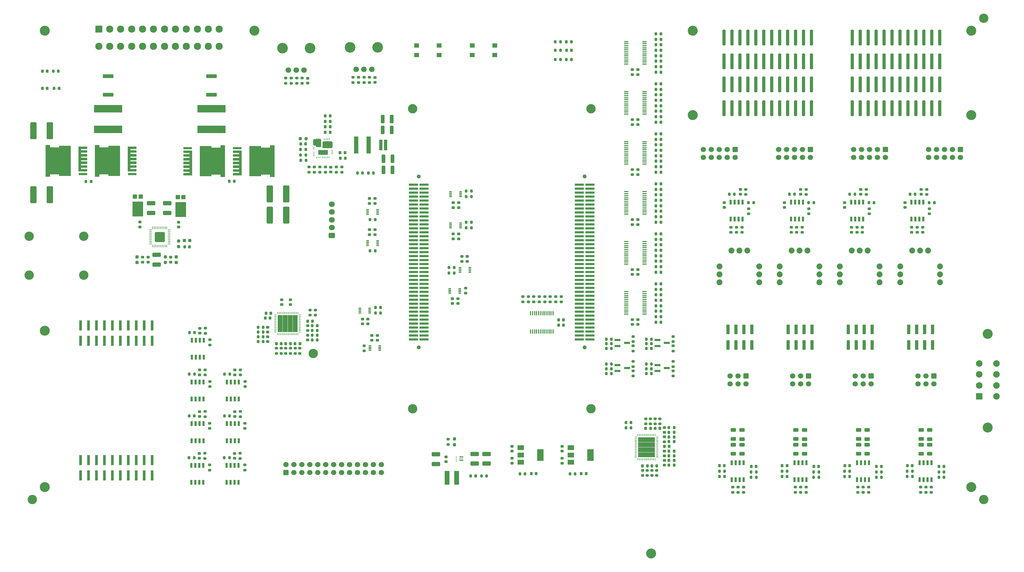
<source format=gbr>
%TF.GenerationSoftware,KiCad,Pcbnew,9.0.6-9.0.6~ubuntu24.04.1*%
%TF.CreationDate,2026-01-26T00:38:38+01:00*%
%TF.ProjectId,FPGA_Board_BA,46504741-5f42-46f6-9172-645f42412e6b,rev?*%
%TF.SameCoordinates,Original*%
%TF.FileFunction,Soldermask,Top*%
%TF.FilePolarity,Negative*%
%FSLAX46Y46*%
G04 Gerber Fmt 4.6, Leading zero omitted, Abs format (unit mm)*
G04 Created by KiCad (PCBNEW 9.0.6-9.0.6~ubuntu24.04.1) date 2026-01-26 00:38:38*
%MOMM*%
%LPD*%
G01*
G04 APERTURE LIST*
G04 Aperture macros list*
%AMRoundRect*
0 Rectangle with rounded corners*
0 $1 Rounding radius*
0 $2 $3 $4 $5 $6 $7 $8 $9 X,Y pos of 4 corners*
0 Add a 4 corners polygon primitive as box body*
4,1,4,$2,$3,$4,$5,$6,$7,$8,$9,$2,$3,0*
0 Add four circle primitives for the rounded corners*
1,1,$1+$1,$2,$3*
1,1,$1+$1,$4,$5*
1,1,$1+$1,$6,$7*
1,1,$1+$1,$8,$9*
0 Add four rect primitives between the rounded corners*
20,1,$1+$1,$2,$3,$4,$5,0*
20,1,$1+$1,$4,$5,$6,$7,0*
20,1,$1+$1,$6,$7,$8,$9,0*
20,1,$1+$1,$8,$9,$2,$3,0*%
%AMFreePoly0*
4,1,30,0.400000,-4.000000,-0.400000,-4.000000,-2.400000,-4.000000,-2.400000,-3.200000,-0.400000,-3.200000,-0.400000,-2.800000,-2.400000,-2.800000,-2.400000,-2.000000,-0.400000,-2.000000,-0.400000,-1.600000,-2.400000,-1.600000,-2.400000,-0.800000,-0.400000,-0.800000,-0.400000,-0.400000,-2.400000,-0.400000,-2.400000,0.400000,-0.400000,0.400000,-0.400000,0.800000,-2.400000,0.800000,-2.400000,1.600000,
-0.400000,1.600000,-0.400000,2.000000,-2.400000,2.000000,-2.400000,2.800000,-0.400000,2.800000,-0.400000,3.200000,-2.400000,3.200000,-2.400000,4.000000,0.400000,4.000000,0.400000,-4.000000,0.400000,-4.000000,$1*%
%AMFreePoly1*
4,1,13,2.850000,-5.050000,1.450000,-5.050000,1.450000,-4.350000,-1.450000,-4.350000,-1.450000,-4.850000,-5.150000,-4.850000,-5.150000,4.850000,-1.450000,4.850000,-1.450000,4.350000,1.450000,4.350000,1.450000,5.050000,2.850000,5.050000,2.850000,-5.050000,2.850000,-5.050000,$1*%
G04 Aperture macros list end*
%ADD10C,0.000000*%
%ADD11RoundRect,0.249999X0.737501X2.450001X-0.737501X2.450001X-0.737501X-2.450001X0.737501X-2.450001X0*%
%ADD12RoundRect,0.249999X-0.737501X-2.450001X0.737501X-2.450001X0.737501X2.450001X-0.737501X2.450001X0*%
%ADD13RoundRect,0.200000X0.200000X0.275000X-0.200000X0.275000X-0.200000X-0.275000X0.200000X-0.275000X0*%
%ADD14RoundRect,0.218750X-0.218750X-0.256250X0.218750X-0.256250X0.218750X0.256250X-0.218750X0.256250X0*%
%ADD15RoundRect,0.225000X-0.250000X0.225000X-0.250000X-0.225000X0.250000X-0.225000X0.250000X0.225000X0*%
%ADD16RoundRect,0.225000X0.250000X-0.225000X0.250000X0.225000X-0.250000X0.225000X-0.250000X-0.225000X0*%
%ADD17R,1.500000X4.400000*%
%ADD18RoundRect,0.250000X-0.625000X0.312500X-0.625000X-0.312500X0.625000X-0.312500X0.625000X0.312500X0*%
%ADD19RoundRect,0.200000X-0.200000X-0.275000X0.200000X-0.275000X0.200000X0.275000X-0.200000X0.275000X0*%
%ADD20RoundRect,0.200000X0.275000X-0.200000X0.275000X0.200000X-0.275000X0.200000X-0.275000X-0.200000X0*%
%ADD21C,3.200000*%
%ADD22RoundRect,0.200000X-0.275000X0.200000X-0.275000X-0.200000X0.275000X-0.200000X0.275000X0.200000X0*%
%ADD23C,3.000000*%
%ADD24RoundRect,0.237500X-0.237500X0.300000X-0.237500X-0.300000X0.237500X-0.300000X0.237500X0.300000X0*%
%ADD25R,3.360000X4.860000*%
%ADD26R,1.390000X1.400000*%
%ADD27R,2.800000X0.800000*%
%ADD28FreePoly0,180.000000*%
%ADD29FreePoly1,180.000000*%
%ADD30R,9.000000X2.380000*%
%ADD31RoundRect,0.225000X-0.225000X-0.250000X0.225000X-0.250000X0.225000X0.250000X-0.225000X0.250000X0*%
%ADD32RoundRect,0.237500X0.237500X-0.250000X0.237500X0.250000X-0.237500X0.250000X-0.237500X-0.250000X0*%
%ADD33RoundRect,0.062500X0.375000X0.062500X-0.375000X0.062500X-0.375000X-0.062500X0.375000X-0.062500X0*%
%ADD34RoundRect,0.062500X0.062500X0.375000X-0.062500X0.375000X-0.062500X-0.375000X0.062500X-0.375000X0*%
%ADD35RoundRect,0.495000X1.155000X1.155000X-1.155000X1.155000X-1.155000X-1.155000X1.155000X-1.155000X0*%
%ADD36R,1.450000X5.500000*%
%ADD37RoundRect,0.225000X0.225000X0.250000X-0.225000X0.250000X-0.225000X-0.250000X0.225000X-0.250000X0*%
%ADD38RoundRect,0.218750X0.218750X0.256250X-0.218750X0.256250X-0.218750X-0.256250X0.218750X-0.256250X0*%
%ADD39R,1.900000X0.800000*%
%ADD40R,0.650000X1.526000*%
%ADD41RoundRect,0.255000X0.255000X-2.245000X0.255000X2.245000X-0.255000X2.245000X-0.255000X-2.245000X0*%
%ADD42R,1.475000X0.450000*%
%ADD43R,1.000000X3.150000*%
%ADD44RoundRect,0.237500X-0.300000X-0.237500X0.300000X-0.237500X0.300000X0.237500X-0.300000X0.237500X0*%
%ADD45RoundRect,0.315000X-0.935000X-0.735000X0.935000X-0.735000X0.935000X0.735000X-0.935000X0.735000X0*%
%ADD46RoundRect,0.241875X-0.620623X-0.564375X0.620623X-0.564375X0.620623X0.564375X-0.620623X0.564375X0*%
%ADD47R,0.599999X0.249999*%
%ADD48R,0.249999X0.599999*%
%ADD49RoundRect,0.330000X-1.219997X-0.770000X1.219997X-0.770000X1.219997X0.770000X-1.219997X0.770000X0*%
%ADD50R,3.125000X1.584000*%
%ADD51RoundRect,0.250000X-0.325000X-1.100000X0.325000X-1.100000X0.325000X1.100000X-0.325000X1.100000X0*%
%ADD52C,1.890000*%
%ADD53RoundRect,0.250000X-0.600000X0.600000X-0.600000X-0.600000X0.600000X-0.600000X0.600000X0.600000X0*%
%ADD54C,1.700000*%
%ADD55R,2.000000X1.500000*%
%ADD56R,2.000000X3.800000*%
%ADD57RoundRect,0.237500X-0.237500X0.250000X-0.237500X-0.250000X0.237500X-0.250000X0.237500X0.250000X0*%
%ADD58R,0.700000X0.250000*%
%ADD59R,0.250000X0.700000*%
%ADD60R,1.352500X1.612500*%
%ADD61RoundRect,0.250000X-1.100000X0.412500X-1.100000X-0.412500X1.100000X-0.412500X1.100000X0.412500X0*%
%ADD62R,0.450000X1.475000*%
%ADD63R,0.850000X0.300000*%
%ADD64R,1.600000X1.400000*%
%ADD65C,1.800000*%
%ADD66C,3.400000*%
%ADD67C,1.300000*%
%ADD68R,2.920000X0.740000*%
%ADD69FreePoly0,0.000000*%
%ADD70FreePoly1,0.000000*%
%ADD71RoundRect,0.250000X1.100000X-0.412500X1.100000X0.412500X-1.100000X0.412500X-1.100000X-0.412500X0*%
%ADD72RoundRect,0.250000X-1.425000X0.362500X-1.425000X-0.362500X1.425000X-0.362500X1.425000X0.362500X0*%
%ADD73R,1.050000X3.400000*%
%ADD74RoundRect,0.250000X0.725000X-0.600000X0.725000X0.600000X-0.725000X0.600000X-0.725000X-0.600000X0*%
%ADD75O,1.950000X1.700000*%
%ADD76R,0.900000X3.200000*%
%ADD77R,1.150000X0.350000*%
%ADD78R,1.450000X0.200000*%
%ADD79R,0.450000X0.250000*%
%ADD80R,1.612500X1.352500*%
%ADD81R,2.300000X2.300000*%
%ADD82C,2.300000*%
%ADD83RoundRect,0.237500X-0.250000X-0.237500X0.250000X-0.237500X0.250000X0.237500X-0.250000X0.237500X0*%
%ADD84R,2.100000X2.100000*%
%ADD85C,2.100000*%
%ADD86RoundRect,0.250000X0.600000X-0.600000X0.600000X0.600000X-0.600000X0.600000X-0.600000X-0.600000X0*%
G04 APERTURE END LIST*
D10*
%TO.C,U4*%
G36*
X139462130Y-97950003D02*
G01*
X139462130Y-98075001D01*
X139512130Y-98125001D01*
X139812130Y-98125001D01*
X139862132Y-98175001D01*
X139862130Y-98325001D01*
X139812130Y-98375003D01*
X139512130Y-98375000D01*
X139462130Y-98425000D01*
X139462130Y-98575000D01*
X139512130Y-98625002D01*
X139812130Y-98625000D01*
X139862132Y-98675000D01*
X139862130Y-98825002D01*
X139812130Y-98875002D01*
X139512130Y-98875002D01*
X139462130Y-98925002D01*
X139462130Y-99075002D01*
X139512130Y-99125001D01*
X139812130Y-99125001D01*
X139862132Y-99175001D01*
X139862130Y-99325001D01*
X139812130Y-99375004D01*
X139512130Y-99375001D01*
X139462130Y-99425001D01*
X139462130Y-99810001D01*
X139412131Y-99860001D01*
X136587132Y-99860001D01*
X136537130Y-99810001D01*
X136537140Y-97950003D01*
X136587143Y-97900000D01*
X139412131Y-97900000D01*
X139462130Y-97950003D01*
G37*
G36*
X135737132Y-96800002D02*
G01*
X135787134Y-96850002D01*
X135787131Y-97150002D01*
X135837131Y-97200002D01*
X135987131Y-97200002D01*
X136037134Y-97250001D01*
X136037131Y-99466002D01*
X135987131Y-99516004D01*
X134628132Y-99516001D01*
X134578132Y-99466002D01*
X134578132Y-99359002D01*
X134458130Y-99239004D01*
X134362131Y-99239002D01*
X134312133Y-99189002D01*
X134312131Y-98495000D01*
X134192131Y-98375000D01*
X133512130Y-98375000D01*
X133462132Y-98325001D01*
X133462132Y-98175001D01*
X133512132Y-98125001D01*
X133812132Y-98125001D01*
X133862132Y-98075001D01*
X133862132Y-97925001D01*
X133812132Y-97875001D01*
X133512130Y-97875001D01*
X133462132Y-97825002D01*
X133462132Y-97675002D01*
X133512132Y-97625002D01*
X133812132Y-97625002D01*
X133862132Y-97575002D01*
X133862132Y-97400001D01*
X134112131Y-97200002D01*
X134487132Y-97200002D01*
X134537131Y-97150002D01*
X134537131Y-96850002D01*
X134587131Y-96800000D01*
X134737131Y-96800002D01*
X134787133Y-96850002D01*
X134787131Y-97150002D01*
X134837131Y-97200002D01*
X134987131Y-97200002D01*
X135037133Y-97150002D01*
X135037130Y-96850002D01*
X135087130Y-96800000D01*
X135237130Y-96800002D01*
X135287132Y-96850002D01*
X135287132Y-97150002D01*
X135337130Y-97200002D01*
X135487132Y-97200002D01*
X135537132Y-97150002D01*
X135537132Y-96850002D01*
X135587132Y-96800000D01*
X135737132Y-96800002D01*
G37*
%TD*%
D11*
%TO.C,C126*%
X44162500Y-114900000D03*
X49437500Y-114900000D03*
%TD*%
%TO.C,C178*%
X44162500Y-94400000D03*
X49437500Y-94400000D03*
%TD*%
D12*
%TO.C,C177*%
X119662500Y-121400000D03*
X124937500Y-121400000D03*
%TD*%
D13*
%TO.C,R202*%
X244700000Y-72150000D03*
X243050000Y-72150000D03*
%TD*%
D14*
%TO.C,D7*%
X47032500Y-75340012D03*
X48607500Y-75340012D03*
%TD*%
D15*
%TO.C,C82*%
X303375990Y-117375000D03*
X303375990Y-118925000D03*
%TD*%
%TO.C,C25*%
X90550000Y-123643000D03*
X90550000Y-125193000D03*
%TD*%
%TO.C,C167*%
X139212130Y-106050000D03*
X139212130Y-107600000D03*
%TD*%
D14*
%TO.C,D10*%
X183895000Y-204840012D03*
X185470000Y-204840012D03*
%TD*%
D13*
%TO.C,R180*%
X244700000Y-95400000D03*
X243050000Y-95400000D03*
%TD*%
D16*
%TO.C,C121*%
X97220000Y-199200000D03*
X97220000Y-197650000D03*
%TD*%
D17*
%TO.C,L3*%
X176300000Y-205450000D03*
X179350000Y-205450000D03*
%TD*%
D18*
%TO.C,R11*%
X327803000Y-190122430D03*
X327803000Y-193047430D03*
%TD*%
D19*
%TO.C,R121*%
X133225000Y-161325000D03*
X134875000Y-161325000D03*
%TD*%
D18*
%TO.C,R18*%
X290550000Y-194872430D03*
X290550000Y-197797430D03*
%TD*%
D20*
%TO.C,R109*%
X132212130Y-107650000D03*
X132212130Y-106000000D03*
%TD*%
D13*
%TO.C,R264*%
X241625000Y-162575000D03*
X239975000Y-162575000D03*
%TD*%
D16*
%TO.C,C130*%
X237300000Y-108401335D03*
X237300000Y-106851335D03*
%TD*%
D21*
%TO.C,REF\u002A\u002A*%
X47800000Y-62400000D03*
%TD*%
D20*
%TO.C,R62*%
X124820000Y-79225000D03*
X124820000Y-77575000D03*
%TD*%
D13*
%TO.C,R173*%
X244700000Y-107650000D03*
X243050000Y-107650000D03*
%TD*%
D22*
%TO.C,R92*%
X289800000Y-125250000D03*
X289800000Y-126900000D03*
%TD*%
D19*
%TO.C,R84*%
X247225000Y-189400000D03*
X248875000Y-189400000D03*
%TD*%
D13*
%TO.C,R184*%
X244700000Y-118400000D03*
X243050000Y-118400000D03*
%TD*%
%TO.C,R1*%
X235125000Y-189502912D03*
X233475000Y-189502912D03*
%TD*%
D15*
%TO.C,C174*%
X178050000Y-148125000D03*
X178050000Y-149675000D03*
%TD*%
D13*
%TO.C,R206*%
X244700000Y-65150000D03*
X243050000Y-65150000D03*
%TD*%
%TO.C,R234*%
X184125000Y-123709473D03*
X182475000Y-123709473D03*
%TD*%
D23*
%TO.C,J3*%
X42800000Y-128150000D03*
X60300000Y-128150000D03*
%TD*%
D21*
%TO.C,REF\u002A\u002A*%
X47800000Y-158400000D03*
%TD*%
D24*
%TO.C,C23*%
X89800000Y-134787500D03*
X89800000Y-136512500D03*
%TD*%
D25*
%TO.C,D6*%
X91220000Y-119632000D03*
D26*
X90300000Y-115650000D03*
X92140000Y-115650000D03*
%TD*%
D15*
%TO.C,C29*%
X245800000Y-199875000D03*
X245800000Y-201425000D03*
%TD*%
D19*
%TO.C,R86*%
X285725000Y-114725000D03*
X287375000Y-114725000D03*
%TD*%
D27*
%TO.C,Q1*%
X59980000Y-108250000D03*
D28*
X58980000Y-103450000D03*
D29*
X50930000Y-104050000D03*
%TD*%
D30*
%TO.C,L4*%
X101050000Y-87325000D03*
X101050000Y-93975000D03*
%TD*%
D22*
%TO.C,R33*%
X241800000Y-203075000D03*
X241800000Y-204725000D03*
%TD*%
D13*
%TO.C,R189*%
X244700000Y-139650000D03*
X243050000Y-139650000D03*
%TD*%
D22*
%TO.C,R227*%
X209300000Y-147500000D03*
X209300000Y-149150000D03*
%TD*%
D16*
%TO.C,C111*%
X97260000Y-185850000D03*
X97260000Y-184300000D03*
%TD*%
D19*
%TO.C,R104*%
X105225000Y-172300000D03*
X106875000Y-172300000D03*
%TD*%
D14*
%TO.C,D8*%
X47032500Y-80840012D03*
X48607500Y-80840012D03*
%TD*%
D18*
%TO.C,R14*%
X307800000Y-194855430D03*
X307800000Y-197780430D03*
%TD*%
D15*
%TO.C,C145*%
X151550000Y-126090523D03*
X151550000Y-127640523D03*
%TD*%
D13*
%TO.C,R211*%
X244700000Y-150400000D03*
X243050000Y-150400000D03*
%TD*%
D20*
%TO.C,R258*%
X329300000Y-210084930D03*
X329300000Y-208434930D03*
%TD*%
D31*
%TO.C,C68*%
X245775000Y-195400000D03*
X247325000Y-195400000D03*
%TD*%
D22*
%TO.C,R266*%
X248550000Y-171250000D03*
X248550000Y-172900000D03*
%TD*%
D19*
%TO.C,R223*%
X313475000Y-203584930D03*
X315125000Y-203584930D03*
%TD*%
D13*
%TO.C,R218*%
X155125000Y-152691143D03*
X153475000Y-152691143D03*
%TD*%
D20*
%TO.C,R127*%
X137462130Y-107650000D03*
X137462130Y-106000000D03*
%TD*%
D13*
%TO.C,R203*%
X244700000Y-70400000D03*
X243050000Y-70400000D03*
%TD*%
D32*
%TO.C,R4*%
X86300000Y-136562500D03*
X86300000Y-134737500D03*
%TD*%
D18*
%TO.C,R13*%
X287800000Y-194855430D03*
X287800000Y-197780430D03*
%TD*%
D33*
%TO.C,U3*%
X87487500Y-130650000D03*
X87487500Y-130150000D03*
X87487500Y-129650000D03*
X87487500Y-129150000D03*
X87487500Y-128650000D03*
X87487500Y-128150000D03*
X87487500Y-127650000D03*
X87487500Y-127150000D03*
X87487500Y-126650000D03*
X87487500Y-126150000D03*
D34*
X86800000Y-125462500D03*
X86300000Y-125462500D03*
X85800000Y-125462500D03*
X85300000Y-125462500D03*
X84800000Y-125462500D03*
X84300000Y-125462500D03*
X83800000Y-125462500D03*
X83300000Y-125462500D03*
X82800000Y-125462500D03*
X82300000Y-125462500D03*
D33*
X81612500Y-126150000D03*
X81612500Y-126650000D03*
X81612500Y-127150000D03*
X81612500Y-127650000D03*
X81612500Y-128150000D03*
X81612500Y-128650000D03*
X81612500Y-129150000D03*
X81612500Y-129650000D03*
X81612500Y-130150000D03*
X81612500Y-130650000D03*
D34*
X82300000Y-131337500D03*
X82800000Y-131337500D03*
X83300000Y-131337500D03*
X83800000Y-131337500D03*
X84300000Y-131337500D03*
X84800000Y-131337500D03*
X85300000Y-131337500D03*
X85800000Y-131337500D03*
X86300000Y-131337500D03*
X86800000Y-131337500D03*
D35*
X84550000Y-128400000D03*
%TD*%
D13*
%TO.C,R193*%
X244700000Y-132650000D03*
X243050000Y-132650000D03*
%TD*%
%TO.C,R111*%
X117625000Y-161825000D03*
X115975000Y-161825000D03*
%TD*%
%TO.C,R213*%
X244700000Y-146900000D03*
X243050000Y-146900000D03*
%TD*%
D36*
%TO.C,L2*%
X147287130Y-98975000D03*
X151287130Y-98975000D03*
%TD*%
D37*
%TO.C,C94*%
X129325000Y-162575000D03*
X127775000Y-162575000D03*
%TD*%
D15*
%TO.C,C54*%
X153300000Y-77350000D03*
X153300000Y-78900000D03*
%TD*%
D19*
%TO.C,R85*%
X247225000Y-190900000D03*
X248875000Y-190900000D03*
%TD*%
D13*
%TO.C,R199*%
X304987500Y-203334930D03*
X303337500Y-203334930D03*
%TD*%
D15*
%TO.C,C92*%
X264875990Y-117375000D03*
X264875990Y-118925000D03*
%TD*%
D13*
%TO.C,R212*%
X244700000Y-148650000D03*
X243050000Y-148650000D03*
%TD*%
D19*
%TO.C,R98*%
X272610990Y-117400000D03*
X274260990Y-117400000D03*
%TD*%
D18*
%TO.C,R22*%
X330550000Y-194872430D03*
X330550000Y-197797430D03*
%TD*%
D15*
%TO.C,C151*%
X178300000Y-127434473D03*
X178300000Y-128984473D03*
%TD*%
D38*
%TO.C,D13*%
X216050000Y-71650000D03*
X214475000Y-71650000D03*
%TD*%
D21*
%TO.C,REF\u002A\u002A*%
X254800000Y-89400000D03*
%TD*%
D16*
%TO.C,C124*%
X213050000Y-200787500D03*
X213050000Y-199237500D03*
%TD*%
D18*
%TO.C,R24*%
X270550000Y-194872430D03*
X270550000Y-197797430D03*
%TD*%
D13*
%TO.C,R195*%
X244700000Y-129150000D03*
X243050000Y-129150000D03*
%TD*%
D39*
%TO.C,Q3*%
X230800000Y-161375000D03*
X230800000Y-163275000D03*
X233800000Y-162325000D03*
%TD*%
D16*
%TO.C,C159*%
X119050000Y-158850000D03*
X119050000Y-157300000D03*
%TD*%
D40*
%TO.C,U7*%
X324707000Y-122682000D03*
X325977000Y-122682000D03*
X327247000Y-122682000D03*
X328517000Y-122682000D03*
X328517000Y-117258000D03*
X327247000Y-117258000D03*
X325977000Y-117258000D03*
X324707000Y-117258000D03*
%TD*%
D41*
%TO.C,U46*%
X264830000Y-87200000D03*
X264830000Y-79600000D03*
X267370000Y-87200000D03*
X267370000Y-79600000D03*
X269910000Y-87200000D03*
X269910000Y-79600000D03*
X272450000Y-87200000D03*
X272450000Y-79600000D03*
X274990000Y-87200000D03*
X274990000Y-79600000D03*
X277530000Y-87200000D03*
X277530000Y-79600000D03*
X280070000Y-87200000D03*
X280070000Y-79600000D03*
X282610000Y-87200000D03*
X282610000Y-79600000D03*
X285150000Y-87200000D03*
X285150000Y-79600000D03*
X287690000Y-87200000D03*
X287690000Y-79600000D03*
X290230000Y-87200000D03*
X290230000Y-79600000D03*
X292770000Y-87200000D03*
X292770000Y-79600000D03*
%TD*%
D42*
%TO.C,U30*%
X239426000Y-137050000D03*
X239426000Y-136400000D03*
X239426000Y-135750000D03*
X239426000Y-135100000D03*
X239426000Y-134450000D03*
X239426000Y-133800000D03*
X239426000Y-133150000D03*
X239426000Y-132500000D03*
X239426000Y-131850000D03*
X239426000Y-131200000D03*
X239426000Y-130550000D03*
X239426000Y-129900000D03*
X233550000Y-129900000D03*
X233550000Y-130550000D03*
X233550000Y-131200000D03*
X233550000Y-131850000D03*
X233550000Y-132500000D03*
X233550000Y-133150000D03*
X233550000Y-133800000D03*
X233550000Y-134450000D03*
X233550000Y-135100000D03*
X233550000Y-135750000D03*
X233550000Y-136400000D03*
X233550000Y-137050000D03*
%TD*%
D43*
%TO.C,J16*%
X273670000Y-157940012D03*
X273670000Y-162990012D03*
X271130000Y-157940012D03*
X271130000Y-162990012D03*
X268590000Y-157940012D03*
X268590000Y-162990012D03*
X266050000Y-157940012D03*
X266050000Y-162990012D03*
%TD*%
D15*
%TO.C,C155*%
X151550000Y-116090523D03*
X151550000Y-117640523D03*
%TD*%
D13*
%TO.C,R245*%
X117625000Y-158825000D03*
X115975000Y-158825000D03*
%TD*%
D22*
%TO.C,R161*%
X291050000Y-208434930D03*
X291050000Y-210084930D03*
%TD*%
D40*
%TO.C,U21*%
X94740000Y-180224000D03*
X96010000Y-180224000D03*
X97280000Y-180224000D03*
X98550000Y-180224000D03*
X98550000Y-174800000D03*
X97280000Y-174800000D03*
X96010000Y-174800000D03*
X94740000Y-174800000D03*
%TD*%
%TO.C,U15*%
X271110000Y-200660930D03*
X269840000Y-200660930D03*
X268570000Y-200660930D03*
X267300000Y-200660930D03*
X267300000Y-206084930D03*
X268570000Y-206084930D03*
X269840000Y-206084930D03*
X271110000Y-206084930D03*
%TD*%
D20*
%TO.C,R29*%
X134300000Y-153400000D03*
X134300000Y-151750000D03*
%TD*%
D16*
%TO.C,C156*%
X153300000Y-117640523D03*
X153300000Y-116090523D03*
%TD*%
D40*
%TO.C,U24*%
X105910000Y-206924000D03*
X107180000Y-206924000D03*
X108450000Y-206924000D03*
X109720000Y-206924000D03*
X109720000Y-201500000D03*
X108450000Y-201500000D03*
X107180000Y-201500000D03*
X105910000Y-201500000D03*
%TD*%
D13*
%TO.C,R168*%
X244700000Y-86400000D03*
X243050000Y-86400000D03*
%TD*%
D31*
%TO.C,C77*%
X137437130Y-93150000D03*
X138987130Y-93150000D03*
%TD*%
D19*
%TO.C,R113*%
X93975000Y-172300000D03*
X95625000Y-172300000D03*
%TD*%
D13*
%TO.C,R172*%
X244700000Y-79400000D03*
X243050000Y-79400000D03*
%TD*%
D44*
%TO.C,C19*%
X92437500Y-129562500D03*
X94162500Y-129562500D03*
%TD*%
D22*
%TO.C,R90*%
X288050000Y-125250000D03*
X288050000Y-126900000D03*
%TD*%
D20*
%TO.C,R36*%
X239800000Y-188225000D03*
X239800000Y-186575000D03*
%TD*%
D22*
%TO.C,R65*%
X130070000Y-77575000D03*
X130070000Y-79225000D03*
%TD*%
D16*
%TO.C,C51*%
X197050000Y-200787500D03*
X197050000Y-199237500D03*
%TD*%
D20*
%TO.C,R100*%
X267050000Y-126900000D03*
X267050000Y-125250000D03*
%TD*%
D13*
%TO.C,R177*%
X244700000Y-100650000D03*
X243050000Y-100650000D03*
%TD*%
D16*
%TO.C,C139*%
X237300000Y-156401335D03*
X237300000Y-154851335D03*
%TD*%
D15*
%TO.C,C21*%
X78220000Y-123625000D03*
X78220000Y-125175000D03*
%TD*%
D38*
%TO.C,D12*%
X216087500Y-68670000D03*
X214512500Y-68670000D03*
%TD*%
D13*
%TO.C,R178*%
X244700000Y-98900000D03*
X243050000Y-98900000D03*
%TD*%
D19*
%TO.C,R159*%
X293475000Y-203584930D03*
X295125000Y-203584930D03*
%TD*%
D39*
%TO.C,Q7*%
X243550000Y-161375000D03*
X243550000Y-163275000D03*
X246550000Y-162325000D03*
%TD*%
D45*
%TO.C,U4*%
X134862130Y-98100000D03*
D46*
X135249632Y-98756250D03*
D47*
X133762132Y-98750001D03*
X133762132Y-99750001D03*
X133762132Y-100250001D03*
X133762132Y-101250001D03*
X133762132Y-101750000D03*
X133762132Y-102250002D03*
D48*
X134662130Y-102900000D03*
X135162131Y-102900000D03*
X135662130Y-102900000D03*
X136662131Y-102900000D03*
X137162130Y-102900000D03*
X137662132Y-102900000D03*
X138162131Y-102900000D03*
X138662132Y-102900000D03*
D47*
X139562130Y-101750000D03*
X139562130Y-101250001D03*
X139562130Y-100750002D03*
D49*
X138162127Y-98850000D03*
D48*
X138662132Y-97100002D03*
X138162131Y-97100002D03*
X137662132Y-97100002D03*
X137162130Y-97100002D03*
D50*
X136699131Y-101308002D03*
%TD*%
D16*
%TO.C,C137*%
X237300000Y-76401335D03*
X237300000Y-74851335D03*
%TD*%
D27*
%TO.C,Q2*%
X75730000Y-108250000D03*
D28*
X74730000Y-103450000D03*
D29*
X66680000Y-104050000D03*
%TD*%
D13*
%TO.C,R188*%
X244700000Y-111400000D03*
X243050000Y-111400000D03*
%TD*%
D18*
%TO.C,R19*%
X310550000Y-190139430D03*
X310550000Y-193064430D03*
%TD*%
D20*
%TO.C,R64*%
X126570000Y-79225000D03*
X126570000Y-77575000D03*
%TD*%
D22*
%TO.C,R125*%
X111760000Y-188000000D03*
X111760000Y-189650000D03*
%TD*%
D16*
%TO.C,C150*%
X180050000Y-128984473D03*
X180050000Y-127434473D03*
%TD*%
D22*
%TO.C,R32*%
X243300000Y-203075000D03*
X243300000Y-204725000D03*
%TD*%
D20*
%TO.C,R237*%
X309300000Y-210084930D03*
X309300000Y-208434930D03*
%TD*%
D18*
%TO.C,R17*%
X290550000Y-190139430D03*
X290550000Y-193064430D03*
%TD*%
D13*
%TO.C,R174*%
X244700000Y-105900000D03*
X243050000Y-105900000D03*
%TD*%
D31*
%TO.C,C163*%
X333525000Y-201834930D03*
X335075000Y-201834930D03*
%TD*%
D51*
%TO.C,C169*%
X155737130Y-90650000D03*
X158687130Y-90650000D03*
%TD*%
D52*
%TO.C,U43*%
X276060000Y-137832512D03*
X276060000Y-140372512D03*
X276060000Y-142912512D03*
X263360000Y-142912512D03*
X263360000Y-140372512D03*
X263360000Y-137832512D03*
X267170000Y-132752512D03*
X269710000Y-132772512D03*
X272250000Y-132752512D03*
%TD*%
D15*
%TO.C,C17*%
X79050000Y-134875000D03*
X79050000Y-136425000D03*
%TD*%
D16*
%TO.C,C48*%
X175975000Y-200312500D03*
X175975000Y-198762500D03*
%TD*%
D42*
%TO.C,U32*%
X239426000Y-73050000D03*
X239426000Y-72400000D03*
X239426000Y-71750000D03*
X239426000Y-71100000D03*
X239426000Y-70450000D03*
X239426000Y-69800000D03*
X239426000Y-69150000D03*
X239426000Y-68500000D03*
X239426000Y-67850000D03*
X239426000Y-67200000D03*
X239426000Y-66550000D03*
X239426000Y-65900000D03*
X233550000Y-65900000D03*
X233550000Y-66550000D03*
X233550000Y-67200000D03*
X233550000Y-67850000D03*
X233550000Y-68500000D03*
X233550000Y-69150000D03*
X233550000Y-69800000D03*
X233550000Y-70450000D03*
X233550000Y-71100000D03*
X233550000Y-71750000D03*
X233550000Y-72400000D03*
X233550000Y-73050000D03*
%TD*%
D53*
%TO.C,J12*%
X268380000Y-100360000D03*
D54*
X268380000Y-102900000D03*
X265840000Y-100360000D03*
X265840000Y-102900000D03*
X263300000Y-100360000D03*
X263300000Y-102900000D03*
X260760000Y-100360000D03*
X260760000Y-102900000D03*
X258220000Y-100360000D03*
X258220000Y-102900000D03*
%TD*%
D15*
%TO.C,C142*%
X178300000Y-117434473D03*
X178300000Y-118984473D03*
%TD*%
D20*
%TO.C,R28*%
X132550000Y-153400000D03*
X132550000Y-151750000D03*
%TD*%
D15*
%TO.C,C57*%
X131820000Y-77625000D03*
X131820000Y-79175000D03*
%TD*%
D13*
%TO.C,R112*%
X117625000Y-160325000D03*
X115975000Y-160325000D03*
%TD*%
%TO.C,R171*%
X244700000Y-81150000D03*
X243050000Y-81150000D03*
%TD*%
D18*
%TO.C,R20*%
X310550000Y-194872430D03*
X310550000Y-197797430D03*
%TD*%
D13*
%TO.C,R175*%
X244700000Y-104150000D03*
X243050000Y-104150000D03*
%TD*%
%TO.C,R190*%
X244700000Y-137900000D03*
X243050000Y-137900000D03*
%TD*%
D55*
%TO.C,U48*%
X215845000Y-195850000D03*
X215845000Y-198150000D03*
X215845000Y-200450000D03*
D56*
X222145000Y-198150000D03*
%TD*%
D40*
%TO.C,U23*%
X94700000Y-193574000D03*
X95970000Y-193574000D03*
X97240000Y-193574000D03*
X98510000Y-193574000D03*
X98510000Y-188150000D03*
X97240000Y-188150000D03*
X95970000Y-188150000D03*
X94700000Y-188150000D03*
%TD*%
D31*
%TO.C,C79*%
X242775000Y-189650000D03*
X244325000Y-189650000D03*
%TD*%
D15*
%TO.C,C123*%
X213050000Y-195375000D03*
X213050000Y-196925000D03*
%TD*%
D22*
%TO.C,R242*%
X235800000Y-168250000D03*
X235800000Y-169900000D03*
%TD*%
%TO.C,R116*%
X100550000Y-174650000D03*
X100550000Y-176300000D03*
%TD*%
D37*
%TO.C,C32*%
X243325000Y-201650000D03*
X241775000Y-201650000D03*
%TD*%
D19*
%TO.C,R95*%
X266475000Y-114725000D03*
X268125000Y-114725000D03*
%TD*%
D15*
%TO.C,C84*%
X245800000Y-189375000D03*
X245800000Y-190925000D03*
%TD*%
%TO.C,C135*%
X235550000Y-138851335D03*
X235550000Y-140401335D03*
%TD*%
D13*
%TO.C,R209*%
X244700000Y-153900000D03*
X243050000Y-153900000D03*
%TD*%
D40*
%TO.C,U17*%
X305457000Y-122682000D03*
X306727000Y-122682000D03*
X307997000Y-122682000D03*
X309267000Y-122682000D03*
X309267000Y-117258000D03*
X307997000Y-117258000D03*
X306727000Y-117258000D03*
X305457000Y-117258000D03*
%TD*%
D22*
%TO.C,R42*%
X328300000Y-125250000D03*
X328300000Y-126900000D03*
%TD*%
%TO.C,R225*%
X212800000Y-147500000D03*
X212800000Y-149150000D03*
%TD*%
%TO.C,R123*%
X110260000Y-184250000D03*
X110260000Y-185900000D03*
%TD*%
D13*
%TO.C,R205*%
X244700000Y-66900000D03*
X243050000Y-66900000D03*
%TD*%
D22*
%TO.C,R114*%
X99050000Y-170900000D03*
X99050000Y-172550000D03*
%TD*%
D21*
%TO.C,REF\u002A\u002A*%
X343800000Y-89400000D03*
%TD*%
D13*
%TO.C,R219*%
X155125000Y-150941143D03*
X153475000Y-150941143D03*
%TD*%
D31*
%TO.C,C76*%
X137437130Y-91400000D03*
X138987130Y-91400000D03*
%TD*%
D16*
%TO.C,C161*%
X97340000Y-159150000D03*
X97340000Y-157600000D03*
%TD*%
D19*
%TO.C,R50*%
X210900000Y-68660000D03*
X212550000Y-68660000D03*
%TD*%
%TO.C,R139*%
X133225000Y-158325000D03*
X134875000Y-158325000D03*
%TD*%
D57*
%TO.C,R45*%
X178705000Y-193025400D03*
X178705000Y-194850400D03*
%TD*%
D55*
%TO.C,U9*%
X199845000Y-195850000D03*
X199845000Y-198150000D03*
X199845000Y-200450000D03*
D56*
X206145000Y-198150000D03*
%TD*%
D22*
%TO.C,R261*%
X248550000Y-163250000D03*
X248550000Y-164900000D03*
%TD*%
D16*
%TO.C,C101*%
X97300000Y-172500000D03*
X97300000Y-170950000D03*
%TD*%
D13*
%TO.C,R268*%
X241625000Y-169075000D03*
X239975000Y-169075000D03*
%TD*%
D19*
%TO.C,R131*%
X93935000Y-185650000D03*
X95585000Y-185650000D03*
%TD*%
D16*
%TO.C,C141*%
X180050000Y-118984473D03*
X180050000Y-117434473D03*
%TD*%
D20*
%TO.C,R256*%
X327606000Y-210085064D03*
X327606000Y-208435064D03*
%TD*%
D22*
%TO.C,R132*%
X99010000Y-184250000D03*
X99010000Y-185900000D03*
%TD*%
D42*
%TO.C,U29*%
X239426000Y-121050000D03*
X239426000Y-120400000D03*
X239426000Y-119750000D03*
X239426000Y-119100000D03*
X239426000Y-118450000D03*
X239426000Y-117800000D03*
X239426000Y-117150000D03*
X239426000Y-116500000D03*
X239426000Y-115850000D03*
X239426000Y-115200000D03*
X239426000Y-114550000D03*
X239426000Y-113900000D03*
X233550000Y-113900000D03*
X233550000Y-114550000D03*
X233550000Y-115200000D03*
X233550000Y-115850000D03*
X233550000Y-116500000D03*
X233550000Y-117150000D03*
X233550000Y-117800000D03*
X233550000Y-118450000D03*
X233550000Y-119100000D03*
X233550000Y-119750000D03*
X233550000Y-120400000D03*
X233550000Y-121050000D03*
%TD*%
D58*
%TO.C,U11*%
X243455850Y-198906262D03*
X243455850Y-198406262D03*
X243455850Y-197906262D03*
X243455850Y-197406262D03*
X243455850Y-196906262D03*
X243455850Y-196406262D03*
X243455850Y-195906262D03*
X243455850Y-195406262D03*
X243455850Y-194906262D03*
X243455850Y-194406262D03*
X243455850Y-193906262D03*
X243455850Y-193406262D03*
X243455850Y-192906262D03*
X243455850Y-192406262D03*
D59*
X242805850Y-191756262D03*
X242305850Y-191756262D03*
X241805850Y-191756262D03*
X241305850Y-191756262D03*
X240805850Y-191756262D03*
X240305850Y-191756262D03*
X239805850Y-191756262D03*
X239305850Y-191756262D03*
X238805850Y-191756262D03*
X238305850Y-191756262D03*
X237805850Y-191756262D03*
X237305850Y-191756262D03*
D58*
X236655850Y-192406262D03*
X236655850Y-192906262D03*
X236655850Y-193406262D03*
X236655850Y-193906262D03*
X236655850Y-194406262D03*
X236655850Y-194906262D03*
X236655850Y-195406262D03*
X236655850Y-195906262D03*
X236655850Y-196406262D03*
X236655850Y-196906262D03*
X236655850Y-197406262D03*
X236655850Y-197906262D03*
X236655850Y-198406262D03*
X236655850Y-198906262D03*
D59*
X237305850Y-199556262D03*
X237805850Y-199556262D03*
X238305850Y-199556262D03*
X238805850Y-199556262D03*
X239305850Y-199556262D03*
X239805850Y-199556262D03*
X240305850Y-199556262D03*
X240805850Y-199556262D03*
X241307522Y-199556263D03*
X241805850Y-199556262D03*
X242305850Y-199556262D03*
X242805850Y-199556262D03*
D60*
X242084600Y-198075012D03*
X242084600Y-196462512D03*
X242084600Y-194850012D03*
X242084600Y-193237512D03*
X240732100Y-198075012D03*
X240732100Y-196462512D03*
X240732100Y-194850012D03*
X240732100Y-193237512D03*
X239379600Y-198075012D03*
X239379600Y-196462512D03*
X239379600Y-194850012D03*
X239379600Y-193237512D03*
X238027100Y-198075012D03*
X238027100Y-196462512D03*
X238027100Y-194850012D03*
X238027100Y-193237512D03*
%TD*%
D22*
%TO.C,R44*%
X326550000Y-125250000D03*
X326550000Y-126900000D03*
%TD*%
D13*
%TO.C,R191*%
X244700000Y-136150000D03*
X243050000Y-136150000D03*
%TD*%
D20*
%TO.C,C166*%
X135712130Y-107650000D03*
X135712130Y-106000000D03*
%TD*%
D18*
%TO.C,R16*%
X267800000Y-194855430D03*
X267800000Y-197780430D03*
%TD*%
D24*
%TO.C,C125*%
X77300000Y-134787500D03*
X77300000Y-136512500D03*
%TD*%
D31*
%TO.C,C164*%
X137437130Y-94900000D03*
X138987130Y-94900000D03*
%TD*%
D40*
%TO.C,U13*%
X311110000Y-200660930D03*
X309840000Y-200660930D03*
X308570000Y-200660930D03*
X307300000Y-200660930D03*
X307300000Y-206084930D03*
X308570000Y-206084930D03*
X309840000Y-206084930D03*
X311110000Y-206084930D03*
%TD*%
D20*
%TO.C,R43*%
X324800000Y-126900000D03*
X324800000Y-125250000D03*
%TD*%
D13*
%TO.C,R5*%
X108395000Y-110590012D03*
X106745000Y-110590012D03*
%TD*%
%TO.C,R164*%
X228875000Y-162575000D03*
X227225000Y-162575000D03*
%TD*%
D22*
%TO.C,R231*%
X202300000Y-147500000D03*
X202300000Y-149150000D03*
%TD*%
D20*
%TO.C,R76*%
X244300000Y-188225000D03*
X244300000Y-186575000D03*
%TD*%
D22*
%TO.C,R39*%
X329550000Y-113150000D03*
X329550000Y-114800000D03*
%TD*%
D40*
%TO.C,U12*%
X291110000Y-200660930D03*
X289840000Y-200660930D03*
X288570000Y-200660930D03*
X287300000Y-200660930D03*
X287300000Y-206084930D03*
X288570000Y-206084930D03*
X289840000Y-206084930D03*
X291110000Y-206084930D03*
%TD*%
D22*
%TO.C,R40*%
X330435990Y-119325000D03*
X330435990Y-120975000D03*
%TD*%
D21*
%TO.C,REF\u002A\u002A*%
X114800000Y-62400000D03*
%TD*%
D61*
%TO.C,C22*%
X83530000Y-134112900D03*
X83530000Y-137237900D03*
%TD*%
D21*
%TO.C,REF\u002A\u002A*%
X254800000Y-62400000D03*
%TD*%
D43*
%TO.C,J11*%
X331420000Y-157940012D03*
X331420000Y-162990012D03*
X328880000Y-157940012D03*
X328880000Y-162990012D03*
X326340000Y-157940012D03*
X326340000Y-162990012D03*
X323800000Y-157940012D03*
X323800000Y-162990012D03*
%TD*%
D62*
%TO.C,U38*%
X210200000Y-152774000D03*
X209550000Y-152774000D03*
X208900000Y-152774000D03*
X208250000Y-152774000D03*
X207600000Y-152774000D03*
X206950000Y-152774000D03*
X206300000Y-152774000D03*
X205650000Y-152774000D03*
X205000000Y-152774000D03*
X204350000Y-152774000D03*
X203700000Y-152774000D03*
X203050000Y-152774000D03*
X203050000Y-158650000D03*
X203700000Y-158650000D03*
X204350000Y-158650000D03*
X205000000Y-158650000D03*
X205650000Y-158650000D03*
X206300000Y-158650000D03*
X206950000Y-158650000D03*
X207600000Y-158650000D03*
X208250000Y-158650000D03*
X208900000Y-158650000D03*
X209550000Y-158650000D03*
X210200000Y-158650000D03*
%TD*%
D61*
%TO.C,C20*%
X86950000Y-117594900D03*
X86950000Y-120719900D03*
%TD*%
D19*
%TO.C,R138*%
X133225000Y-156825000D03*
X134875000Y-156825000D03*
%TD*%
D15*
%TO.C,C104*%
X131800000Y-159800000D03*
X131800000Y-161350000D03*
%TD*%
D31*
%TO.C,C8*%
X273525000Y-201834930D03*
X275075000Y-201834930D03*
%TD*%
D19*
%TO.C,R3*%
X60975000Y-110650000D03*
X62625000Y-110650000D03*
%TD*%
D13*
%TO.C,R197*%
X228875000Y-164075000D03*
X227225000Y-164075000D03*
%TD*%
D41*
%TO.C,U45*%
X305830000Y-72200000D03*
X305830000Y-64600000D03*
X308370000Y-72200000D03*
X308370000Y-64600000D03*
X310910000Y-72200000D03*
X310910000Y-64600000D03*
X313450000Y-72200000D03*
X313450000Y-64600000D03*
X315990000Y-72200000D03*
X315990000Y-64600000D03*
X318530000Y-72200000D03*
X318530000Y-64600000D03*
X321070000Y-72200000D03*
X321070000Y-64600000D03*
X323610000Y-72200000D03*
X323610000Y-64600000D03*
X326150000Y-72200000D03*
X326150000Y-64600000D03*
X328690000Y-72200000D03*
X328690000Y-64600000D03*
X331230000Y-72200000D03*
X331230000Y-64600000D03*
X333770000Y-72200000D03*
X333770000Y-64600000D03*
%TD*%
D20*
%TO.C,R145*%
X267606000Y-210085064D03*
X267606000Y-208435064D03*
%TD*%
D31*
%TO.C,C18*%
X92525000Y-131562500D03*
X94075000Y-131562500D03*
%TD*%
D13*
%TO.C,R166*%
X244700000Y-89900000D03*
X243050000Y-89900000D03*
%TD*%
D22*
%TO.C,R155*%
X235800000Y-160250000D03*
X235800000Y-161900000D03*
%TD*%
D15*
%TO.C,C133*%
X235550000Y-122851335D03*
X235550000Y-124401335D03*
%TD*%
D13*
%TO.C,R48*%
X188970000Y-204840012D03*
X187320000Y-204840012D03*
%TD*%
D22*
%TO.C,R69*%
X142712130Y-106000000D03*
X142712130Y-107650000D03*
%TD*%
D13*
%TO.C,R194*%
X244700000Y-130900000D03*
X243050000Y-130900000D03*
%TD*%
D31*
%TO.C,C61*%
X293525000Y-201834930D03*
X295075000Y-201834930D03*
%TD*%
D13*
%TO.C,R185*%
X244700000Y-116650000D03*
X243050000Y-116650000D03*
%TD*%
D22*
%TO.C,R236*%
X311050000Y-208434930D03*
X311050000Y-210084930D03*
%TD*%
D16*
%TO.C,C106*%
X108510000Y-185850000D03*
X108510000Y-184300000D03*
%TD*%
D38*
%TO.C,D9*%
X204800000Y-204150000D03*
X203225000Y-204150000D03*
%TD*%
D20*
%TO.C,R46*%
X176705000Y-194762900D03*
X176705000Y-193112900D03*
%TD*%
D22*
%TO.C,R96*%
X271800000Y-113150000D03*
X271800000Y-114800000D03*
%TD*%
%TO.C,R228*%
X207550000Y-147500000D03*
X207550000Y-149150000D03*
%TD*%
D63*
%TO.C,U39*%
X180625000Y-125459473D03*
X180625000Y-124959473D03*
X180625000Y-124459473D03*
X180625000Y-123959473D03*
X177475000Y-123959473D03*
X177475000Y-124459473D03*
X177475000Y-124959473D03*
X177475000Y-125459473D03*
%TD*%
D15*
%TO.C,C175*%
X152300000Y-159912927D03*
X152300000Y-161462927D03*
%TD*%
D31*
%TO.C,C149*%
X212001335Y-156650000D03*
X213551335Y-156650000D03*
%TD*%
D19*
%TO.C,R149*%
X93895000Y-199000000D03*
X95545000Y-199000000D03*
%TD*%
D16*
%TO.C,C128*%
X237300000Y-92401335D03*
X237300000Y-90851335D03*
%TD*%
D13*
%TO.C,R216*%
X184125000Y-115459473D03*
X182475000Y-115459473D03*
%TD*%
D37*
%TO.C,C5*%
X119825000Y-154325000D03*
X118275000Y-154325000D03*
%TD*%
D22*
%TO.C,R130*%
X121800000Y-164000000D03*
X121800000Y-165650000D03*
%TD*%
D19*
%TO.C,R240*%
X151725000Y-122865523D03*
X153375000Y-122865523D03*
%TD*%
D22*
%TO.C,R148*%
X124800000Y-164000000D03*
X124800000Y-165650000D03*
%TD*%
D51*
%TO.C,C171*%
X155987130Y-103400000D03*
X158937130Y-103400000D03*
%TD*%
D16*
%TO.C,C132*%
X237300000Y-124401335D03*
X237300000Y-122851335D03*
%TD*%
D19*
%TO.C,R30*%
X247225000Y-199900000D03*
X248875000Y-199900000D03*
%TD*%
D22*
%TO.C,R101*%
X270550000Y-125250000D03*
X270550000Y-126900000D03*
%TD*%
D19*
%TO.C,R71*%
X142187130Y-103150000D03*
X143837130Y-103150000D03*
%TD*%
D37*
%TO.C,C6*%
X264937500Y-201584930D03*
X263387500Y-201584930D03*
%TD*%
D13*
%TO.C,R126*%
X264987500Y-203334930D03*
X263337500Y-203334930D03*
%TD*%
D15*
%TO.C,C24*%
X80800000Y-134875000D03*
X80800000Y-136425000D03*
%TD*%
D38*
%TO.C,D2*%
X152800000Y-107900000D03*
X151225000Y-107900000D03*
%TD*%
D19*
%TO.C,R146*%
X147687500Y-107900000D03*
X149337500Y-107900000D03*
%TD*%
D22*
%TO.C,R87*%
X291050000Y-113150000D03*
X291050000Y-114800000D03*
%TD*%
D15*
%TO.C,C153*%
X181050000Y-134621784D03*
X181050000Y-136171784D03*
%TD*%
D20*
%TO.C,R61*%
X128320000Y-79225000D03*
X128320000Y-77575000D03*
%TD*%
D37*
%TO.C,C10*%
X284937500Y-201584930D03*
X283387500Y-201584930D03*
%TD*%
D21*
%TO.C,REF\u002A\u002A*%
X241550000Y-229650000D03*
%TD*%
D16*
%TO.C,C173*%
X179800000Y-149675000D03*
X179800000Y-148125000D03*
%TD*%
D53*
%TO.C,J5*%
X271845000Y-172897500D03*
D54*
X271845000Y-175437500D03*
X269305000Y-172897500D03*
X269305000Y-175437500D03*
X266765000Y-172897500D03*
X266765000Y-175437500D03*
%TD*%
D31*
%TO.C,C172*%
X129612130Y-98650000D03*
X131162130Y-98650000D03*
%TD*%
D64*
%TO.C,SW1*%
X166600000Y-70150000D03*
X173800000Y-70150000D03*
X166600000Y-67150000D03*
X173800000Y-67150000D03*
%TD*%
D12*
%TO.C,C16*%
X119662500Y-114650000D03*
X124937500Y-114650000D03*
%TD*%
D19*
%TO.C,R67*%
X247225000Y-198400000D03*
X248875000Y-198400000D03*
%TD*%
D22*
%TO.C,R260*%
X248550000Y-160250000D03*
X248550000Y-161900000D03*
%TD*%
%TO.C,R137*%
X271050000Y-208434930D03*
X271050000Y-210084930D03*
%TD*%
D13*
%TO.C,R27*%
X235125000Y-187752912D03*
X233475000Y-187752912D03*
%TD*%
D22*
%TO.C,R150*%
X98970000Y-197600000D03*
X98970000Y-199250000D03*
%TD*%
D13*
%TO.C,R181*%
X244700000Y-123650000D03*
X243050000Y-123650000D03*
%TD*%
D30*
%TO.C,L1*%
X68050000Y-87325000D03*
X68050000Y-93975000D03*
%TD*%
D16*
%TO.C,C143*%
X151050000Y-156216143D03*
X151050000Y-154666143D03*
%TD*%
D31*
%TO.C,C75*%
X137437130Y-89650000D03*
X138987130Y-89650000D03*
%TD*%
D63*
%TO.C,U36*%
X150975000Y-129615523D03*
X150975000Y-130115523D03*
X150975000Y-130615523D03*
X150975000Y-131115523D03*
X154125000Y-131115523D03*
X154125000Y-130615523D03*
X154125000Y-130115523D03*
X154125000Y-129615523D03*
%TD*%
D41*
%TO.C,U26*%
X264830000Y-72200000D03*
X264830000Y-64600000D03*
X267370000Y-72200000D03*
X267370000Y-64600000D03*
X269910000Y-72200000D03*
X269910000Y-64600000D03*
X272450000Y-72200000D03*
X272450000Y-64600000D03*
X274990000Y-72200000D03*
X274990000Y-64600000D03*
X277530000Y-72200000D03*
X277530000Y-64600000D03*
X280070000Y-72200000D03*
X280070000Y-64600000D03*
X282610000Y-72200000D03*
X282610000Y-64600000D03*
X285150000Y-72200000D03*
X285150000Y-64600000D03*
X287690000Y-72200000D03*
X287690000Y-64600000D03*
X290230000Y-72200000D03*
X290230000Y-64600000D03*
X292770000Y-72200000D03*
X292770000Y-64600000D03*
%TD*%
D16*
%TO.C,C46*%
X327780000Y-114720000D03*
X327780000Y-113170000D03*
%TD*%
D22*
%TO.C,R163*%
X235800000Y-163250000D03*
X235800000Y-164900000D03*
%TD*%
D13*
%TO.C,R251*%
X228875000Y-169075000D03*
X227225000Y-169075000D03*
%TD*%
D15*
%TO.C,C129*%
X235550000Y-90851335D03*
X235550000Y-92401335D03*
%TD*%
D19*
%TO.C,R89*%
X291860990Y-117400000D03*
X293510990Y-117400000D03*
%TD*%
D22*
%TO.C,R143*%
X111720000Y-201350000D03*
X111720000Y-203000000D03*
%TD*%
D20*
%TO.C,R160*%
X287606000Y-210085064D03*
X287606000Y-208435064D03*
%TD*%
D13*
%TO.C,R267*%
X241625000Y-172075000D03*
X239975000Y-172075000D03*
%TD*%
D22*
%TO.C,R35*%
X238800000Y-203075000D03*
X238800000Y-204725000D03*
%TD*%
%TO.C,R34*%
X240300000Y-203075000D03*
X240300000Y-204725000D03*
%TD*%
D19*
%TO.C,R77*%
X304975000Y-114725000D03*
X306625000Y-114725000D03*
%TD*%
D16*
%TO.C,C134*%
X237300000Y-140401335D03*
X237300000Y-138851335D03*
%TD*%
D13*
%TO.C,R187*%
X244700000Y-113150000D03*
X243050000Y-113150000D03*
%TD*%
D15*
%TO.C,C38*%
X245800000Y-196875000D03*
X245800000Y-198425000D03*
%TD*%
D38*
%TO.C,D24*%
X220800000Y-204150000D03*
X219225000Y-204150000D03*
%TD*%
D22*
%TO.C,R103*%
X127800000Y-164000000D03*
X127800000Y-165650000D03*
%TD*%
D65*
%TO.C,R63*%
X125662500Y-74954988D03*
X128162500Y-74954988D03*
X130662500Y-74954988D03*
D66*
X123762500Y-67954988D03*
X132562500Y-67954988D03*
%TD*%
D40*
%TO.C,U19*%
X266957000Y-122682000D03*
X268227000Y-122682000D03*
X269497000Y-122682000D03*
X270767000Y-122682000D03*
X270767000Y-117258000D03*
X269497000Y-117258000D03*
X268227000Y-117258000D03*
X266957000Y-117258000D03*
%TD*%
D21*
%TO.C,REF\u002A\u002A*%
X343800000Y-208400000D03*
%TD*%
D13*
%TO.C,R253*%
X324987500Y-205084930D03*
X323337500Y-205084930D03*
%TD*%
D22*
%TO.C,R147*%
X126300000Y-164000000D03*
X126300000Y-165650000D03*
%TD*%
D53*
%TO.C,J13*%
X292380000Y-100397500D03*
D54*
X292380000Y-102937500D03*
X289840000Y-100397500D03*
X289840000Y-102937500D03*
X287300000Y-100397500D03*
X287300000Y-102937500D03*
X284760000Y-100397500D03*
X284760000Y-102937500D03*
X282220000Y-100397500D03*
X282220000Y-102937500D03*
%TD*%
D20*
%TO.C,R162*%
X289300000Y-210084930D03*
X289300000Y-208434930D03*
%TD*%
D25*
%TO.C,D5*%
X77550000Y-119470000D03*
D26*
X76630000Y-115488000D03*
X78470000Y-115488000D03*
%TD*%
D15*
%TO.C,C87*%
X284125990Y-117375000D03*
X284125990Y-118925000D03*
%TD*%
D18*
%TO.C,R15*%
X327800000Y-194855430D03*
X327800000Y-197780430D03*
%TD*%
D63*
%TO.C,U5*%
X180375000Y-146400000D03*
X180375000Y-145900000D03*
X180375000Y-145400000D03*
X180375000Y-144900000D03*
X177225000Y-144900000D03*
X177225000Y-145400000D03*
X177225000Y-145900000D03*
X177225000Y-146400000D03*
%TD*%
D13*
%TO.C,R246*%
X117625000Y-157325000D03*
X115975000Y-157325000D03*
%TD*%
D52*
%TO.C,U31*%
X295310000Y-137832512D03*
X295310000Y-140372512D03*
X295310000Y-142912512D03*
X282610000Y-142912512D03*
X282610000Y-140372512D03*
X282610000Y-137832512D03*
X286420000Y-132752512D03*
X288960000Y-132772512D03*
X291500000Y-132752512D03*
%TD*%
D22*
%TO.C,R226*%
X211050000Y-147500000D03*
X211050000Y-149150000D03*
%TD*%
D40*
%TO.C,U22*%
X105950000Y-193574000D03*
X107220000Y-193574000D03*
X108490000Y-193574000D03*
X109760000Y-193574000D03*
X109760000Y-188150000D03*
X108490000Y-188150000D03*
X107220000Y-188150000D03*
X105950000Y-188150000D03*
%TD*%
D15*
%TO.C,C144*%
X149300000Y-154666143D03*
X149300000Y-156216143D03*
%TD*%
D53*
%TO.C,J14*%
X316380000Y-100397500D03*
D54*
X316380000Y-102937500D03*
X313840000Y-100397500D03*
X313840000Y-102937500D03*
X311300000Y-100397500D03*
X311300000Y-102937500D03*
X308760000Y-100397500D03*
X308760000Y-102937500D03*
X306220000Y-100397500D03*
X306220000Y-102937500D03*
%TD*%
D64*
%TO.C,SW2*%
X184350000Y-70150000D03*
X191550000Y-70150000D03*
X184350000Y-67150000D03*
X191550000Y-67150000D03*
%TD*%
D37*
%TO.C,C109*%
X123325000Y-162575000D03*
X121775000Y-162575000D03*
%TD*%
D19*
%TO.C,R122*%
X105185000Y-185650000D03*
X106835000Y-185650000D03*
%TD*%
D23*
%TO.C,U2*%
X165300000Y-87400000D03*
X165300000Y-183400000D03*
X222300000Y-87400000D03*
X222300000Y-183400000D03*
D67*
X167300000Y-109045000D03*
X220300000Y-109045000D03*
X167300000Y-163755000D03*
X220300000Y-163755000D03*
D68*
X165585000Y-111635000D03*
X169015000Y-111635000D03*
X165585000Y-112905000D03*
X169015000Y-112905000D03*
X165585000Y-114175000D03*
X169015000Y-114175000D03*
X165585000Y-115445000D03*
X169015000Y-115445000D03*
X165585000Y-116715000D03*
X169015000Y-116715000D03*
X165585000Y-117985000D03*
X169015000Y-117985000D03*
X165585000Y-119255000D03*
X169015000Y-119255000D03*
X165585000Y-120525000D03*
X169015000Y-120525000D03*
X165585000Y-121795000D03*
X169015000Y-121795000D03*
X165585000Y-123065000D03*
X169015000Y-123065000D03*
X165585000Y-124335000D03*
X169015000Y-124335000D03*
X165585000Y-125605000D03*
X169015000Y-125605000D03*
X165585000Y-126875000D03*
X169015000Y-126875000D03*
X165585000Y-128145000D03*
X169015000Y-128145000D03*
X165585000Y-129415000D03*
X169015000Y-129415000D03*
X165585000Y-130685000D03*
X169015000Y-130685000D03*
X165585000Y-131955000D03*
X169015000Y-131955000D03*
X165585000Y-133225000D03*
X169015000Y-133225000D03*
X165585000Y-134495000D03*
X169015000Y-134495000D03*
X165585000Y-135765000D03*
X169015000Y-135765000D03*
X165585000Y-137035000D03*
X169015000Y-137035000D03*
X165585000Y-139575000D03*
X169015000Y-139575000D03*
X165585000Y-138305000D03*
X169015000Y-138305000D03*
X165585000Y-140845000D03*
X169015000Y-140845000D03*
X165585000Y-142115000D03*
X169015000Y-142115000D03*
X165585000Y-143385000D03*
X169015000Y-143385000D03*
X165585000Y-144655000D03*
X169015000Y-144655000D03*
X165585000Y-145925000D03*
X169015000Y-145925000D03*
X165585000Y-147195000D03*
X169015000Y-147195000D03*
X165585000Y-149735000D03*
X169015000Y-148465000D03*
X165585000Y-148465000D03*
X169015000Y-149735000D03*
X165585000Y-151005000D03*
X169015000Y-151005000D03*
X165585000Y-152275000D03*
X169015000Y-152275000D03*
X165585000Y-153545000D03*
X169015000Y-154815000D03*
X165585000Y-154815000D03*
X169015000Y-153545000D03*
X165585000Y-156085000D03*
X169015000Y-156085000D03*
X165585000Y-157355000D03*
X169015000Y-157355000D03*
X165585000Y-158625000D03*
X169015000Y-158625000D03*
X165585000Y-159895000D03*
X169015000Y-159895000D03*
X165585000Y-161165000D03*
X169015000Y-161165000D03*
X218585000Y-111635000D03*
X222015000Y-111635000D03*
X218585000Y-112905000D03*
X222015000Y-112905000D03*
X218585000Y-114175000D03*
X222015000Y-114175000D03*
X218585000Y-115445000D03*
X222015000Y-115445000D03*
X218585000Y-116715000D03*
X222015000Y-116715000D03*
X218585000Y-117985000D03*
X222015000Y-117985000D03*
X218585000Y-119255000D03*
X222015000Y-119255000D03*
X218585000Y-120525000D03*
X222015000Y-120525000D03*
X218585000Y-121795000D03*
X222015000Y-121795000D03*
X218585000Y-123065000D03*
X222015000Y-123065000D03*
X218585000Y-124335000D03*
X222015000Y-124335000D03*
X218585000Y-125605000D03*
X222015000Y-125605000D03*
X218585000Y-126875000D03*
X222015000Y-126875000D03*
X218585000Y-128145000D03*
X222015000Y-128145000D03*
X218585000Y-129415000D03*
X222015000Y-129415000D03*
X218585000Y-130685000D03*
X222015000Y-130685000D03*
X218585000Y-131955000D03*
X222015000Y-131955000D03*
X218585000Y-133225000D03*
X222015000Y-133225000D03*
X218585000Y-134495000D03*
X222015000Y-134495000D03*
X218585000Y-135765000D03*
X222015000Y-135765000D03*
X218585000Y-137035000D03*
X222015000Y-137035000D03*
X218585000Y-138305000D03*
X222015000Y-138305000D03*
X218585000Y-139575000D03*
X222015000Y-139575000D03*
X218585000Y-140845000D03*
X222015000Y-140845000D03*
X218585000Y-142115000D03*
X222015000Y-142115000D03*
X218585000Y-143385000D03*
X222015000Y-143385000D03*
X218585000Y-144655000D03*
X222015000Y-144655000D03*
X218585000Y-145925000D03*
X222015000Y-145925000D03*
X218585000Y-147195000D03*
X222015000Y-147195000D03*
X218585000Y-148465000D03*
X222015000Y-148465000D03*
X218585000Y-149735000D03*
X222015000Y-149735000D03*
X218585000Y-151005000D03*
X222015000Y-151005000D03*
X218585000Y-152275000D03*
X222015000Y-152275000D03*
X218585000Y-153545000D03*
X222015000Y-153545000D03*
X218585000Y-154815000D03*
X222015000Y-154815000D03*
X218585000Y-156085000D03*
X222015000Y-156085000D03*
X218585000Y-157355000D03*
X222015000Y-157355000D03*
X218585000Y-158625000D03*
X222015000Y-158625000D03*
X218585000Y-159895000D03*
X222015000Y-161165000D03*
X218585000Y-161165000D03*
X222015000Y-159895000D03*
%TD*%
D20*
%TO.C,R144*%
X269300000Y-210084930D03*
X269300000Y-208434930D03*
%TD*%
D23*
%TO.C,fid1f*%
X43800000Y-212400000D03*
%TD*%
D27*
%TO.C,Q6*%
X93470000Y-99950000D03*
D69*
X94470000Y-104750000D03*
D70*
X102520000Y-104150000D03*
%TD*%
D23*
%TO.C,J4*%
X42800000Y-140650000D03*
X60300000Y-140650000D03*
%TD*%
D31*
%TO.C,C2*%
X131775000Y-155325000D03*
X133325000Y-155325000D03*
%TD*%
D13*
%TO.C,R207*%
X244700000Y-63400000D03*
X243050000Y-63400000D03*
%TD*%
%TO.C,R269*%
X241625000Y-170575000D03*
X239975000Y-170575000D03*
%TD*%
%TO.C,R182*%
X244700000Y-121900000D03*
X243050000Y-121900000D03*
%TD*%
D19*
%TO.C,R255*%
X333475000Y-205334930D03*
X335125000Y-205334930D03*
%TD*%
%TO.C,R72*%
X129637130Y-103900000D03*
X131287130Y-103900000D03*
%TD*%
%TO.C,R224*%
X313475000Y-205334930D03*
X315125000Y-205334930D03*
%TD*%
D16*
%TO.C,C81*%
X308530000Y-114720000D03*
X308530000Y-113170000D03*
%TD*%
D21*
%TO.C,REF\u002A\u002A*%
X343800000Y-62400000D03*
%TD*%
D18*
%TO.C,R23*%
X270550000Y-190139430D03*
X270550000Y-193064430D03*
%TD*%
D39*
%TO.C,Q4*%
X230800000Y-169375000D03*
X230800000Y-171275000D03*
X233800000Y-170325000D03*
%TD*%
D53*
%TO.C,J7*%
X311845000Y-172897500D03*
D54*
X311845000Y-175437500D03*
X309305000Y-172897500D03*
X309305000Y-175437500D03*
X306765000Y-172897500D03*
X306765000Y-175437500D03*
%TD*%
D13*
%TO.C,R179*%
X244700000Y-97150000D03*
X243050000Y-97150000D03*
%TD*%
D38*
%TO.C,D11*%
X216050000Y-65900000D03*
X214475000Y-65900000D03*
%TD*%
D63*
%TO.C,U42*%
X150975000Y-119615523D03*
X150975000Y-120115523D03*
X150975000Y-120615523D03*
X150975000Y-121115523D03*
X154125000Y-121115523D03*
X154125000Y-120615523D03*
X154125000Y-120115523D03*
X154125000Y-119615523D03*
%TD*%
D13*
%TO.C,R7*%
X52150000Y-75340012D03*
X50500000Y-75340012D03*
%TD*%
D20*
%TO.C,R53*%
X148050000Y-78950000D03*
X148050000Y-77300000D03*
%TD*%
D19*
%TO.C,R238*%
X176975000Y-138146784D03*
X178625000Y-138146784D03*
%TD*%
D20*
%TO.C,R74*%
X133962130Y-107650000D03*
X133962130Y-106000000D03*
%TD*%
D13*
%TO.C,R156*%
X284987500Y-203334930D03*
X283337500Y-203334930D03*
%TD*%
D22*
%TO.C,R102*%
X129300000Y-164000000D03*
X129300000Y-165650000D03*
%TD*%
D19*
%TO.C,R247*%
X94015000Y-158950000D03*
X95665000Y-158950000D03*
%TD*%
%TO.C,R31*%
X247225000Y-201400000D03*
X248875000Y-201400000D03*
%TD*%
D20*
%TO.C,R82*%
X305550000Y-126900000D03*
X305550000Y-125250000D03*
%TD*%
D19*
%TO.C,R120*%
X133225000Y-159825000D03*
X134875000Y-159825000D03*
%TD*%
D22*
%TO.C,R81*%
X309050000Y-125250000D03*
X309050000Y-126900000D03*
%TD*%
%TO.C,R83*%
X307300000Y-125250000D03*
X307300000Y-126900000D03*
%TD*%
D13*
%TO.C,R176*%
X244700000Y-102400000D03*
X243050000Y-102400000D03*
%TD*%
D16*
%TO.C,C176*%
X154050000Y-161462927D03*
X154050000Y-159912927D03*
%TD*%
D15*
%TO.C,C27*%
X88050000Y-134875000D03*
X88050000Y-136425000D03*
%TD*%
D19*
%TO.C,R80*%
X311110990Y-117400000D03*
X312760990Y-117400000D03*
%TD*%
D13*
%TO.C,R8*%
X52395000Y-80840012D03*
X50745000Y-80840012D03*
%TD*%
D19*
%TO.C,R51*%
X210900000Y-71650000D03*
X212550000Y-71650000D03*
%TD*%
D13*
%TO.C,R119*%
X264987500Y-205084930D03*
X263337500Y-205084930D03*
%TD*%
D22*
%TO.C,R97*%
X272685990Y-119325000D03*
X272685990Y-120975000D03*
%TD*%
D23*
%TO.C,fid_adc1*%
X133550000Y-165650000D03*
%TD*%
D37*
%TO.C,C119*%
X126325000Y-162575000D03*
X124775000Y-162575000D03*
%TD*%
D71*
%TO.C,C49*%
X172745000Y-201074600D03*
X172745000Y-197949600D03*
%TD*%
D72*
%TO.C,R25*%
X101050000Y-76937500D03*
X101050000Y-82862500D03*
%TD*%
D40*
%TO.C,U14*%
X331110000Y-200660930D03*
X329840000Y-200660930D03*
X328570000Y-200660930D03*
X327300000Y-200660930D03*
X327300000Y-206084930D03*
X328570000Y-206084930D03*
X329840000Y-206084930D03*
X331110000Y-206084930D03*
%TD*%
D22*
%TO.C,R107*%
X111800000Y-174650000D03*
X111800000Y-176300000D03*
%TD*%
D19*
%TO.C,R38*%
X324225000Y-114725000D03*
X325875000Y-114725000D03*
%TD*%
D13*
%TO.C,R233*%
X184125000Y-125459473D03*
X182475000Y-125459473D03*
%TD*%
D73*
%TO.C,R68*%
X155187130Y-98950000D03*
X156687130Y-98950000D03*
%TD*%
D31*
%TO.C,C44*%
X239775000Y-189650000D03*
X241325000Y-189650000D03*
%TD*%
D42*
%TO.C,U33*%
X239426000Y-153050000D03*
X239426000Y-152400000D03*
X239426000Y-151750000D03*
X239426000Y-151100000D03*
X239426000Y-150450000D03*
X239426000Y-149800000D03*
X239426000Y-149150000D03*
X239426000Y-148500000D03*
X239426000Y-147850000D03*
X239426000Y-147200000D03*
X239426000Y-146550000D03*
X239426000Y-145900000D03*
X233550000Y-145900000D03*
X233550000Y-146550000D03*
X233550000Y-147200000D03*
X233550000Y-147850000D03*
X233550000Y-148500000D03*
X233550000Y-149150000D03*
X233550000Y-149800000D03*
X233550000Y-150450000D03*
X233550000Y-151100000D03*
X233550000Y-151750000D03*
X233550000Y-152400000D03*
X233550000Y-153050000D03*
%TD*%
D51*
%TO.C,C170*%
X155987130Y-106900000D03*
X158937130Y-106900000D03*
%TD*%
D15*
%TO.C,C47*%
X322625990Y-117375000D03*
X322625990Y-118925000D03*
%TD*%
D32*
%TO.C,R2*%
X90550000Y-131475000D03*
X90550000Y-129650000D03*
%TD*%
D19*
%TO.C,R239*%
X176975000Y-139896784D03*
X178625000Y-139896784D03*
%TD*%
D22*
%TO.C,R134*%
X100510000Y-188000000D03*
X100510000Y-189650000D03*
%TD*%
D63*
%TO.C,U41*%
X180475000Y-138146784D03*
X180475000Y-138646784D03*
X180475000Y-139146784D03*
X180475000Y-139646784D03*
X183625000Y-139646784D03*
X183625000Y-139146784D03*
X183625000Y-138646784D03*
X183625000Y-138146784D03*
%TD*%
D43*
%TO.C,J2*%
X292920000Y-157940012D03*
X292920000Y-162990012D03*
X290380000Y-157940012D03*
X290380000Y-162990012D03*
X287840000Y-157940012D03*
X287840000Y-162990012D03*
X285300000Y-157940012D03*
X285300000Y-162990012D03*
%TD*%
D65*
%TO.C,R54*%
X147267500Y-74709988D03*
X149767500Y-74709988D03*
X152267500Y-74709988D03*
D66*
X145367500Y-67709988D03*
X154167500Y-67709988D03*
%TD*%
D37*
%TO.C,C3*%
X120075000Y-152825000D03*
X118525000Y-152825000D03*
%TD*%
D40*
%TO.C,U20*%
X105990000Y-180224000D03*
X107260000Y-180224000D03*
X108530000Y-180224000D03*
X109800000Y-180224000D03*
X109800000Y-174800000D03*
X108530000Y-174800000D03*
X107260000Y-174800000D03*
X105990000Y-174800000D03*
%TD*%
D23*
%TO.C,fid3f*%
X347800000Y-58400000D03*
%TD*%
D18*
%TO.C,R21*%
X330550000Y-190139430D03*
X330550000Y-193064430D03*
%TD*%
D20*
%TO.C,R52*%
X146300000Y-78950000D03*
X146300000Y-77300000D03*
%TD*%
D61*
%TO.C,C53*%
X188935000Y-197813300D03*
X188935000Y-200938300D03*
%TD*%
D40*
%TO.C,U18*%
X286207000Y-122682000D03*
X287477000Y-122682000D03*
X288747000Y-122682000D03*
X290017000Y-122682000D03*
X290017000Y-117258000D03*
X288747000Y-117258000D03*
X287477000Y-117258000D03*
X286207000Y-117258000D03*
%TD*%
D20*
%TO.C,R91*%
X286300000Y-126900000D03*
X286300000Y-125250000D03*
%TD*%
D74*
%TO.C,J20*%
X139550000Y-127900000D03*
D75*
X139550000Y-125400000D03*
X139550000Y-122900000D03*
X139550000Y-120400000D03*
X139550000Y-117900000D03*
%TD*%
D13*
%TO.C,R208*%
X244700000Y-155650000D03*
X243050000Y-155650000D03*
%TD*%
D18*
%TO.C,R10*%
X307803000Y-190122430D03*
X307803000Y-193047430D03*
%TD*%
D13*
%TO.C,R157*%
X284987500Y-205084930D03*
X283337500Y-205084930D03*
%TD*%
%TO.C,R183*%
X244700000Y-120150000D03*
X243050000Y-120150000D03*
%TD*%
D40*
%TO.C,U44*%
X94780000Y-166874000D03*
X96050000Y-166874000D03*
X97320000Y-166874000D03*
X98590000Y-166874000D03*
X98590000Y-161450000D03*
X97320000Y-161450000D03*
X96050000Y-161450000D03*
X94780000Y-161450000D03*
%TD*%
D22*
%TO.C,R229*%
X205800000Y-147500000D03*
X205800000Y-149150000D03*
%TD*%
D16*
%TO.C,C146*%
X153300000Y-127640523D03*
X153300000Y-126090523D03*
%TD*%
D21*
%TO.C,REF\u002A\u002A*%
X349050000Y-159400000D03*
%TD*%
D20*
%TO.C,R153*%
X182300000Y-146400000D03*
X182300000Y-144750000D03*
%TD*%
D15*
%TO.C,C50*%
X197050000Y-195375000D03*
X197050000Y-196925000D03*
%TD*%
D16*
%TO.C,C4*%
X126300000Y-150012100D03*
X126300000Y-148462100D03*
%TD*%
D76*
%TO.C,U10*%
X82120000Y-156700000D03*
X79580000Y-156700000D03*
X77040000Y-156700000D03*
X74500000Y-156700000D03*
X71960000Y-156700000D03*
X69420000Y-156700000D03*
X66880000Y-156700000D03*
X64340000Y-156700000D03*
X61800000Y-156700000D03*
X59260000Y-156700000D03*
X59260000Y-204710000D03*
X61800000Y-204710000D03*
X64340000Y-204710000D03*
X66880000Y-204710000D03*
X69420000Y-204710000D03*
X71960000Y-204710000D03*
X74500000Y-204710000D03*
X77040000Y-204710000D03*
X79580000Y-204710000D03*
X82120000Y-204710000D03*
X82120000Y-161650000D03*
X79580000Y-161650000D03*
X77040000Y-161650000D03*
X74500000Y-161650000D03*
X71960000Y-161650000D03*
X69420000Y-161650000D03*
X66880000Y-161650000D03*
X64340000Y-161650000D03*
X61800000Y-161650000D03*
X59260000Y-161650000D03*
X59260000Y-199760000D03*
X61800000Y-199760000D03*
X64340000Y-199760000D03*
X66880000Y-199760000D03*
X69420000Y-199760000D03*
X71960000Y-199760000D03*
X74500000Y-199760000D03*
X77040000Y-199760000D03*
X79580000Y-199760000D03*
X82120000Y-199760000D03*
%TD*%
D20*
%TO.C,R235*%
X307606000Y-210085064D03*
X307606000Y-208435064D03*
%TD*%
D22*
%TO.C,R70*%
X140962130Y-106000000D03*
X140962130Y-107650000D03*
%TD*%
D61*
%TO.C,C52*%
X185185000Y-197813300D03*
X185185000Y-200938300D03*
%TD*%
D16*
%TO.C,C96*%
X108550000Y-172500000D03*
X108550000Y-170950000D03*
%TD*%
D19*
%TO.C,R66*%
X247225000Y-196900000D03*
X248875000Y-196900000D03*
%TD*%
D72*
%TO.C,R26*%
X68050000Y-76937500D03*
X68050000Y-82862500D03*
%TD*%
D61*
%TO.C,C26*%
X81780000Y-117612900D03*
X81780000Y-120737900D03*
%TD*%
D53*
%TO.C,J15*%
X340380000Y-100400000D03*
D54*
X340380000Y-102940000D03*
X337840000Y-100400000D03*
X337840000Y-102940000D03*
X335300000Y-100400000D03*
X335300000Y-102940000D03*
X332760000Y-100400000D03*
X332760000Y-102940000D03*
X330220000Y-100400000D03*
X330220000Y-102940000D03*
%TD*%
D77*
%TO.C,U8*%
X180875000Y-199900400D03*
D78*
X180725000Y-199350400D03*
D77*
X180875000Y-198800400D03*
D79*
X179275000Y-198600400D03*
X179275000Y-199100400D03*
X179275000Y-199600400D03*
X179275000Y-200100400D03*
%TD*%
D22*
%TO.C,R129*%
X123300000Y-164000000D03*
X123300000Y-165650000D03*
%TD*%
%TO.C,R243*%
X235800000Y-171250000D03*
X235800000Y-172900000D03*
%TD*%
D13*
%TO.C,R217*%
X184125000Y-113709473D03*
X182475000Y-113709473D03*
%TD*%
D16*
%TO.C,C91*%
X270030000Y-114720000D03*
X270030000Y-113170000D03*
%TD*%
D23*
%TO.C,fid2f*%
X347800000Y-212400000D03*
%TD*%
D16*
%TO.C,C154*%
X182800000Y-136171784D03*
X182800000Y-134621784D03*
%TD*%
D51*
%TO.C,C168*%
X155737130Y-94150000D03*
X158687130Y-94150000D03*
%TD*%
D21*
%TO.C,REF\u002A\u002A*%
X349050000Y-189400000D03*
%TD*%
%TO.C,REF\u002A\u002A*%
X47800000Y-208400000D03*
%TD*%
D15*
%TO.C,C138*%
X235550000Y-74851335D03*
X235550000Y-76401335D03*
%TD*%
D20*
%TO.C,R75*%
X242800000Y-188225000D03*
X242800000Y-186575000D03*
%TD*%
D15*
%TO.C,C140*%
X235550000Y-154851335D03*
X235550000Y-156401335D03*
%TD*%
D22*
%TO.C,R99*%
X268800000Y-125250000D03*
X268800000Y-126900000D03*
%TD*%
D43*
%TO.C,J10*%
X312170000Y-157940012D03*
X312170000Y-162990012D03*
X309630000Y-157940012D03*
X309630000Y-162990012D03*
X307090000Y-157940012D03*
X307090000Y-162990012D03*
X304550000Y-157940012D03*
X304550000Y-162990012D03*
%TD*%
D52*
%TO.C,U37*%
X314560000Y-137832512D03*
X314560000Y-140372512D03*
X314560000Y-142912512D03*
X301860000Y-142912512D03*
X301860000Y-140372512D03*
X301860000Y-137832512D03*
X305670000Y-132752512D03*
X308210000Y-132772512D03*
X310750000Y-132752512D03*
%TD*%
D19*
%TO.C,R158*%
X293475000Y-205334930D03*
X295125000Y-205334930D03*
%TD*%
D63*
%TO.C,U6*%
X151725000Y-163187927D03*
X151725000Y-163687927D03*
X151725000Y-164187927D03*
X151725000Y-164687927D03*
X154875000Y-164687927D03*
X154875000Y-164187927D03*
X154875000Y-163687927D03*
X154875000Y-163187927D03*
%TD*%
D59*
%TO.C,U1*%
X122146250Y-159498338D03*
X122646250Y-159498338D03*
X123146250Y-159498338D03*
X123646250Y-159498338D03*
X124146250Y-159498338D03*
X124646250Y-159498338D03*
X125146250Y-159498338D03*
X125646250Y-159498338D03*
X126146250Y-159498338D03*
X126646250Y-159498338D03*
X127146250Y-159498338D03*
X127646250Y-159498338D03*
X128146250Y-159498338D03*
X128646250Y-159498338D03*
D58*
X129296250Y-158848338D03*
X129296250Y-158348338D03*
X129296250Y-157848338D03*
X129296250Y-157348338D03*
X129296250Y-156848338D03*
X129296250Y-156348338D03*
X129296250Y-155848338D03*
X129296250Y-155348338D03*
X129296250Y-154848338D03*
X129296250Y-154348338D03*
X129296250Y-153848338D03*
X129296250Y-153348338D03*
D59*
X128646250Y-152698338D03*
X128146250Y-152698338D03*
X127646250Y-152698338D03*
X127146250Y-152698338D03*
X126646250Y-152698338D03*
X126146250Y-152698338D03*
X125646250Y-152698338D03*
X125146250Y-152698338D03*
X124646250Y-152698338D03*
X124146250Y-152698338D03*
X123646250Y-152698338D03*
X123146250Y-152698338D03*
X122646250Y-152698338D03*
X122146250Y-152698338D03*
D58*
X121496250Y-153348338D03*
X121496250Y-153848338D03*
X121496250Y-154348338D03*
X121496250Y-154848338D03*
X121496250Y-155348338D03*
X121496250Y-155848338D03*
X121496250Y-156348338D03*
X121496250Y-156848338D03*
X121496249Y-157350010D03*
X121496250Y-157848338D03*
X121496250Y-158348338D03*
X121496250Y-158848338D03*
D80*
X122977500Y-158127088D03*
X124590000Y-158127088D03*
X126202500Y-158127088D03*
X127815000Y-158127088D03*
X122977500Y-156774588D03*
X124590000Y-156774588D03*
X126202500Y-156774588D03*
X127815000Y-156774588D03*
X122977500Y-155422088D03*
X124590000Y-155422088D03*
X126202500Y-155422088D03*
X127815000Y-155422088D03*
X122977500Y-154069588D03*
X124590000Y-154069588D03*
X126202500Y-154069588D03*
X127815000Y-154069588D03*
%TD*%
D40*
%TO.C,U25*%
X94660000Y-206924000D03*
X95930000Y-206924000D03*
X97200000Y-206924000D03*
X98470000Y-206924000D03*
X98470000Y-201500000D03*
X97200000Y-201500000D03*
X95930000Y-201500000D03*
X94660000Y-201500000D03*
%TD*%
D13*
%TO.C,R210*%
X244700000Y-152150000D03*
X243050000Y-152150000D03*
%TD*%
%TO.C,R186*%
X244700000Y-114900000D03*
X243050000Y-114900000D03*
%TD*%
%TO.C,R214*%
X244700000Y-145150000D03*
X243050000Y-145150000D03*
%TD*%
D37*
%TO.C,C148*%
X213551335Y-154900000D03*
X212001335Y-154900000D03*
%TD*%
D19*
%TO.C,R49*%
X210900000Y-65900000D03*
X212550000Y-65900000D03*
%TD*%
D13*
%TO.C,R196*%
X244700000Y-127400000D03*
X243050000Y-127400000D03*
%TD*%
D19*
%TO.C,R254*%
X333475000Y-203584930D03*
X335125000Y-203584930D03*
%TD*%
D13*
%TO.C,R222*%
X304987500Y-205084930D03*
X303337500Y-205084930D03*
%TD*%
D16*
%TO.C,C1*%
X123550000Y-150012100D03*
X123550000Y-148462100D03*
%TD*%
D15*
%TO.C,C114*%
X131800000Y-156800000D03*
X131800000Y-158350000D03*
%TD*%
D52*
%TO.C,U40*%
X333810000Y-137832512D03*
X333810000Y-140372512D03*
X333810000Y-142912512D03*
X321110000Y-142912512D03*
X321110000Y-140372512D03*
X321110000Y-137832512D03*
X324920000Y-132752512D03*
X327460000Y-132772512D03*
X330000000Y-132752512D03*
%TD*%
D22*
%TO.C,R58*%
X151550000Y-77300000D03*
X151550000Y-78950000D03*
%TD*%
D41*
%TO.C,U47*%
X305830000Y-87200000D03*
X305830000Y-79600000D03*
X308370000Y-87200000D03*
X308370000Y-79600000D03*
X310910000Y-87200000D03*
X310910000Y-79600000D03*
X313450000Y-87200000D03*
X313450000Y-79600000D03*
X315990000Y-87200000D03*
X315990000Y-79600000D03*
X318530000Y-87200000D03*
X318530000Y-79600000D03*
X321070000Y-87200000D03*
X321070000Y-79600000D03*
X323610000Y-87200000D03*
X323610000Y-79600000D03*
X326150000Y-87200000D03*
X326150000Y-79600000D03*
X328690000Y-87200000D03*
X328690000Y-79600000D03*
X331230000Y-87200000D03*
X331230000Y-79600000D03*
X333770000Y-87200000D03*
X333770000Y-79600000D03*
%TD*%
D37*
%TO.C,C35*%
X240325000Y-201650000D03*
X238775000Y-201650000D03*
%TD*%
D19*
%TO.C,R140*%
X105145000Y-199000000D03*
X106795000Y-199000000D03*
%TD*%
D13*
%TO.C,R204*%
X244700000Y-68650000D03*
X243050000Y-68650000D03*
%TD*%
%TO.C,R252*%
X324987500Y-203334930D03*
X323337500Y-203334930D03*
%TD*%
%TO.C,R170*%
X244700000Y-82900000D03*
X243050000Y-82900000D03*
%TD*%
D53*
%TO.C,J6*%
X291845000Y-172897500D03*
D54*
X291845000Y-175437500D03*
X289305000Y-172897500D03*
X289305000Y-175437500D03*
X286765000Y-172897500D03*
X286765000Y-175437500D03*
%TD*%
D22*
%TO.C,R250*%
X100590000Y-161300000D03*
X100590000Y-162950000D03*
%TD*%
D13*
%TO.C,R201*%
X244700000Y-73900000D03*
X243050000Y-73900000D03*
%TD*%
D16*
%TO.C,C86*%
X289280000Y-114720000D03*
X289280000Y-113170000D03*
%TD*%
D81*
%TO.C,J18*%
X65050000Y-61850000D03*
D82*
X65050000Y-67350000D03*
X68550000Y-61850000D03*
X68550000Y-67350000D03*
X72050000Y-61850000D03*
X72050000Y-67350000D03*
X75550000Y-61850000D03*
X75550000Y-67350000D03*
X79050000Y-61850000D03*
X79050000Y-67350000D03*
X82550000Y-61850000D03*
X82550000Y-67350000D03*
X86050000Y-61850000D03*
X86050000Y-67350000D03*
X89550000Y-61850000D03*
X89550000Y-67350000D03*
X93050000Y-61850000D03*
X93050000Y-67350000D03*
X96550000Y-61850000D03*
X96550000Y-67350000D03*
X100050000Y-61850000D03*
X100050000Y-67350000D03*
X103550000Y-61850000D03*
X103550000Y-67350000D03*
%TD*%
D16*
%TO.C,C116*%
X108470000Y-199200000D03*
X108470000Y-197650000D03*
%TD*%
D27*
%TO.C,Q5*%
X109300000Y-99950000D03*
D69*
X110300000Y-104750000D03*
D70*
X118350000Y-104150000D03*
%TD*%
D13*
%TO.C,R198*%
X228875000Y-161075000D03*
X227225000Y-161075000D03*
%TD*%
D83*
%TO.C,R128*%
X129474630Y-96900000D03*
X131299630Y-96900000D03*
%TD*%
D22*
%TO.C,R105*%
X110300000Y-170900000D03*
X110300000Y-172550000D03*
%TD*%
D18*
%TO.C,R12*%
X267803000Y-190122430D03*
X267803000Y-193047430D03*
%TD*%
D31*
%TO.C,C74*%
X142162130Y-101400000D03*
X143712130Y-101400000D03*
%TD*%
D42*
%TO.C,U28*%
X239426000Y-105050000D03*
X239426000Y-104400000D03*
X239426000Y-103750000D03*
X239426000Y-103100000D03*
X239426000Y-102450000D03*
X239426000Y-101800000D03*
X239426000Y-101150000D03*
X239426000Y-100500000D03*
X239426000Y-99850000D03*
X239426000Y-99200000D03*
X239426000Y-98550000D03*
X239426000Y-97900000D03*
X233550000Y-97900000D03*
X233550000Y-98550000D03*
X233550000Y-99200000D03*
X233550000Y-99850000D03*
X233550000Y-100500000D03*
X233550000Y-101150000D03*
X233550000Y-101800000D03*
X233550000Y-102450000D03*
X233550000Y-103100000D03*
X233550000Y-103750000D03*
X233550000Y-104400000D03*
X233550000Y-105050000D03*
%TD*%
D19*
%TO.C,R136*%
X273475000Y-203584930D03*
X275125000Y-203584930D03*
%TD*%
D13*
%TO.C,R200*%
X244700000Y-75650000D03*
X243050000Y-75650000D03*
%TD*%
D19*
%TO.C,R47*%
X199602500Y-204190000D03*
X201252500Y-204190000D03*
%TD*%
D37*
%TO.C,C127*%
X324937500Y-201584930D03*
X323387500Y-201584930D03*
%TD*%
D19*
%TO.C,R108*%
X215602500Y-204190000D03*
X217252500Y-204190000D03*
%TD*%
D22*
%TO.C,R78*%
X310300000Y-113150000D03*
X310300000Y-114800000D03*
%TD*%
D18*
%TO.C,R9*%
X287803000Y-190122430D03*
X287803000Y-193047430D03*
%TD*%
D22*
%TO.C,R79*%
X311185990Y-119325000D03*
X311185990Y-120975000D03*
%TD*%
D13*
%TO.C,R165*%
X244700000Y-91650000D03*
X243050000Y-91650000D03*
%TD*%
D84*
%TO.C,J17*%
X346356000Y-179400000D03*
D85*
X346356000Y-175900000D03*
X346356000Y-172400000D03*
X346356000Y-168900000D03*
X351856000Y-179400000D03*
X351856000Y-175900000D03*
X351856000Y-172400000D03*
X351856000Y-168900000D03*
%TD*%
D13*
%TO.C,R262*%
X241625000Y-164075000D03*
X239975000Y-164075000D03*
%TD*%
D19*
%TO.C,R94*%
X247225000Y-193900000D03*
X248875000Y-193900000D03*
%TD*%
D20*
%TO.C,R37*%
X241300000Y-188225000D03*
X241300000Y-186575000D03*
%TD*%
D15*
%TO.C,C131*%
X235550000Y-106851335D03*
X235550000Y-108401335D03*
%TD*%
D13*
%TO.C,R244*%
X228875000Y-172075000D03*
X227225000Y-172075000D03*
%TD*%
D22*
%TO.C,R141*%
X110220000Y-197600000D03*
X110220000Y-199250000D03*
%TD*%
D53*
%TO.C,J8*%
X331845000Y-172897500D03*
D54*
X331845000Y-175437500D03*
X329305000Y-172897500D03*
X329305000Y-175437500D03*
X326765000Y-172897500D03*
X326765000Y-175437500D03*
%TD*%
D22*
%TO.C,R230*%
X204050000Y-147500000D03*
X204050000Y-149150000D03*
%TD*%
D39*
%TO.C,Q8*%
X243550000Y-169375000D03*
X243550000Y-171275000D03*
X246550000Y-170325000D03*
%TD*%
D13*
%TO.C,R215*%
X244700000Y-143400000D03*
X243050000Y-143400000D03*
%TD*%
D20*
%TO.C,R55*%
X149800000Y-78950000D03*
X149800000Y-77300000D03*
%TD*%
D22*
%TO.C,R257*%
X331050000Y-208434930D03*
X331050000Y-210084930D03*
%TD*%
%TO.C,R154*%
X149800000Y-163187927D03*
X149800000Y-164837927D03*
%TD*%
D19*
%TO.C,R41*%
X330360990Y-117400000D03*
X332010990Y-117400000D03*
%TD*%
D15*
%TO.C,C89*%
X245800000Y-192375000D03*
X245800000Y-193925000D03*
%TD*%
D37*
%TO.C,C63*%
X304937500Y-201584930D03*
X303387500Y-201584930D03*
%TD*%
D42*
%TO.C,U27*%
X239426000Y-89050000D03*
X239426000Y-88400000D03*
X239426000Y-87750000D03*
X239426000Y-87100000D03*
X239426000Y-86450000D03*
X239426000Y-85800000D03*
X239426000Y-85150000D03*
X239426000Y-84500000D03*
X239426000Y-83850000D03*
X239426000Y-83200000D03*
X239426000Y-82550000D03*
X239426000Y-81900000D03*
X233550000Y-81900000D03*
X233550000Y-82550000D03*
X233550000Y-83200000D03*
X233550000Y-83850000D03*
X233550000Y-84500000D03*
X233550000Y-85150000D03*
X233550000Y-85800000D03*
X233550000Y-86450000D03*
X233550000Y-87100000D03*
X233550000Y-87750000D03*
X233550000Y-88400000D03*
X233550000Y-89050000D03*
%TD*%
D22*
%TO.C,R88*%
X291935990Y-119325000D03*
X291935990Y-120975000D03*
%TD*%
D31*
%TO.C,C65*%
X313525000Y-201834930D03*
X315075000Y-201834930D03*
%TD*%
D63*
%TO.C,U35*%
X151625000Y-152691143D03*
X151625000Y-152191143D03*
X151625000Y-151691143D03*
X151625000Y-151191143D03*
X148475000Y-151191143D03*
X148475000Y-151691143D03*
X148475000Y-152191143D03*
X148475000Y-152691143D03*
%TD*%
D19*
%TO.C,R93*%
X247225000Y-192400000D03*
X248875000Y-192400000D03*
%TD*%
%TO.C,R118*%
X129562130Y-102150000D03*
X131212130Y-102150000D03*
%TD*%
D13*
%TO.C,R192*%
X244700000Y-134400000D03*
X243050000Y-134400000D03*
%TD*%
%TO.C,R259*%
X228875000Y-170575000D03*
X227225000Y-170575000D03*
%TD*%
D86*
%TO.C,J9*%
X124835000Y-203812500D03*
D54*
X124835000Y-201272500D03*
X127375000Y-203812500D03*
X127375000Y-201272500D03*
X129915000Y-203812500D03*
X129915000Y-201272500D03*
X132455000Y-203812500D03*
X132455000Y-201272500D03*
X134995000Y-203812500D03*
X134995000Y-201272500D03*
X137535000Y-203812500D03*
X137535000Y-201272500D03*
X140075000Y-203812500D03*
X140075000Y-201272500D03*
X142615000Y-203812500D03*
X142615000Y-201272500D03*
X145155000Y-203812500D03*
X145155000Y-201272500D03*
X147695000Y-203812500D03*
X147695000Y-201272500D03*
X150235000Y-203812500D03*
X150235000Y-201272500D03*
X152775000Y-203812500D03*
X152775000Y-201272500D03*
X155315000Y-203812500D03*
X155315000Y-201272500D03*
%TD*%
D22*
%TO.C,R232*%
X200550000Y-147500000D03*
X200550000Y-149150000D03*
%TD*%
%TO.C,R152*%
X100470000Y-201350000D03*
X100470000Y-203000000D03*
%TD*%
D19*
%TO.C,R135*%
X273475000Y-205334930D03*
X275125000Y-205334930D03*
%TD*%
%TO.C,R220*%
X151725000Y-132865523D03*
X153375000Y-132865523D03*
%TD*%
D13*
%TO.C,R263*%
X241625000Y-161075000D03*
X239975000Y-161075000D03*
%TD*%
%TO.C,R169*%
X244700000Y-84650000D03*
X243050000Y-84650000D03*
%TD*%
D22*
%TO.C,R248*%
X99090000Y-157550000D03*
X99090000Y-159200000D03*
%TD*%
D63*
%TO.C,U34*%
X180625000Y-115459473D03*
X180625000Y-114959473D03*
X180625000Y-114459473D03*
X180625000Y-113959473D03*
X177475000Y-113959473D03*
X177475000Y-114459473D03*
X177475000Y-114959473D03*
X177475000Y-115459473D03*
%TD*%
D16*
%TO.C,C99*%
X119050000Y-161850000D03*
X119050000Y-160300000D03*
%TD*%
D13*
%TO.C,R167*%
X244700000Y-88150000D03*
X243050000Y-88150000D03*
%TD*%
D19*
%TO.C,R73*%
X129562130Y-100400000D03*
X131212130Y-100400000D03*
%TD*%
D22*
%TO.C,R265*%
X248550000Y-168250000D03*
X248550000Y-169900000D03*
%TD*%
M02*

</source>
